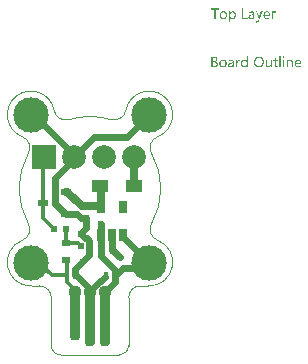
<source format=gtl>
G04*
G04 #@! TF.GenerationSoftware,Altium Limited,Altium Designer,21.3.2 (30)*
G04*
G04 Layer_Physical_Order=1*
G04 Layer_Color=255*
%FSAX25Y25*%
%MOIN*%
G70*
G04*
G04 #@! TF.SameCoordinates,922420EC-F797-4737-9FA0-C8A043E9FC0D*
G04*
G04*
G04 #@! TF.FilePolarity,Positive*
G04*
G01*
G75*
%ADD12C,0.00197*%
%ADD13R,0.02756X0.03937*%
%ADD14R,0.02165X0.01968*%
%ADD15R,0.01968X0.02165*%
%ADD16R,0.05315X0.04331*%
%ADD17R,0.01968X0.02165*%
%ADD18R,0.03150X0.02362*%
%ADD19R,0.03543X0.02362*%
G04:AMPARAMS|DCode=21|XSize=35.43mil|YSize=188.98mil|CornerRadius=13.82mil|HoleSize=0mil|Usage=FLASHONLY|Rotation=180.000|XOffset=0mil|YOffset=0mil|HoleType=Round|Shape=RoundedRectangle|*
%AMROUNDEDRECTD21*
21,1,0.03543,0.16134,0,0,180.0*
21,1,0.00780,0.18898,0,0,180.0*
1,1,0.02764,-0.00390,0.08067*
1,1,0.02764,0.00390,0.08067*
1,1,0.02764,0.00390,-0.08067*
1,1,0.02764,-0.00390,-0.08067*
%
%ADD21ROUNDEDRECTD21*%
G04:AMPARAMS|DCode=22|XSize=35.43mil|YSize=169.29mil|CornerRadius=13.82mil|HoleSize=0mil|Usage=FLASHONLY|Rotation=180.000|XOffset=0mil|YOffset=0mil|HoleType=Round|Shape=RoundedRectangle|*
%AMROUNDEDRECTD22*
21,1,0.03543,0.14165,0,0,180.0*
21,1,0.00780,0.16929,0,0,180.0*
1,1,0.02764,-0.00390,0.07083*
1,1,0.02764,0.00390,0.07083*
1,1,0.02764,0.00390,-0.07083*
1,1,0.02764,-0.00390,-0.07083*
%
%ADD22ROUNDEDRECTD22*%
%ADD34C,0.04370*%
%ADD36R,0.01575X0.02756*%
%ADD37C,0.02362*%
%ADD38C,0.02756*%
%ADD39C,0.01378*%
%ADD40C,0.07874*%
%ADD41R,0.07874X0.07874*%
%ADD42C,0.11811*%
%ADD43C,0.02362*%
G36*
X0047655Y0059257D02*
X0047690Y0059254D01*
X0047730Y0059251D01*
X0047776Y0059241D01*
X0047829Y0059232D01*
X0047887Y0059217D01*
X0047946Y0059198D01*
X0048008Y0059176D01*
X0048070Y0059149D01*
X0048134Y0059118D01*
X0048196Y0059078D01*
X0048255Y0059031D01*
X0048314Y0058979D01*
X0048366Y0058920D01*
X0048369Y0058917D01*
X0048379Y0058905D01*
X0048391Y0058886D01*
X0048410Y0058858D01*
X0048428Y0058824D01*
X0048453Y0058784D01*
X0048478Y0058735D01*
X0048502Y0058682D01*
X0048527Y0058620D01*
X0048552Y0058552D01*
X0048576Y0058478D01*
X0048595Y0058398D01*
X0048613Y0058311D01*
X0048626Y0058219D01*
X0048635Y0058120D01*
X0048638Y0058018D01*
Y0058015D01*
Y0058012D01*
Y0058002D01*
Y0057990D01*
X0048635Y0057956D01*
X0048632Y0057913D01*
X0048629Y0057860D01*
X0048623Y0057798D01*
X0048613Y0057730D01*
X0048601Y0057656D01*
X0048583Y0057579D01*
X0048564Y0057496D01*
X0048539Y0057412D01*
X0048508Y0057329D01*
X0048474Y0057245D01*
X0048434Y0057162D01*
X0048385Y0057085D01*
X0048332Y0057010D01*
X0048329Y0057007D01*
X0048317Y0056995D01*
X0048301Y0056976D01*
X0048277Y0056952D01*
X0048246Y0056924D01*
X0048209Y0056890D01*
X0048162Y0056856D01*
X0048113Y0056822D01*
X0048057Y0056788D01*
X0047992Y0056754D01*
X0047924Y0056720D01*
X0047850Y0056692D01*
X0047770Y0056667D01*
X0047683Y0056649D01*
X0047591Y0056637D01*
X0047495Y0056634D01*
X0047473D01*
X0047449Y0056637D01*
X0047414Y0056640D01*
X0047374Y0056646D01*
X0047328Y0056655D01*
X0047276Y0056667D01*
X0047217Y0056686D01*
X0047158Y0056708D01*
X0047096Y0056735D01*
X0047034Y0056769D01*
X0046970Y0056810D01*
X0046908Y0056859D01*
X0046849Y0056915D01*
X0046793Y0056980D01*
X0046741Y0057054D01*
X0046732D01*
Y0055540D01*
X0046330D01*
Y0059201D01*
X0046732D01*
Y0058759D01*
X0046741D01*
X0046744Y0058766D01*
X0046756Y0058781D01*
X0046772Y0058806D01*
X0046797Y0058837D01*
X0046827Y0058877D01*
X0046865Y0058917D01*
X0046911Y0058963D01*
X0046960Y0059010D01*
X0047019Y0059056D01*
X0047084Y0059102D01*
X0047155Y0059143D01*
X0047232Y0059183D01*
X0047316Y0059214D01*
X0047408Y0059238D01*
X0047504Y0059254D01*
X0047609Y0059260D01*
X0047631D01*
X0047655Y0059257D01*
D02*
G37*
G36*
X0061746Y0059241D02*
X0061780D01*
X0061817Y0059235D01*
X0061857Y0059229D01*
X0061897Y0059223D01*
X0061931Y0059210D01*
Y0058793D01*
X0061925Y0058797D01*
X0061913Y0058806D01*
X0061888Y0058818D01*
X0061854Y0058833D01*
X0061808Y0058849D01*
X0061758Y0058861D01*
X0061696Y0058871D01*
X0061625Y0058874D01*
X0061601D01*
X0061582Y0058871D01*
X0061560Y0058868D01*
X0061536Y0058861D01*
X0061477Y0058843D01*
X0061443Y0058830D01*
X0061409Y0058815D01*
X0061372Y0058793D01*
X0061335Y0058772D01*
X0061301Y0058744D01*
X0061264Y0058710D01*
X0061230Y0058673D01*
X0061196Y0058630D01*
X0061193Y0058627D01*
X0061190Y0058617D01*
X0061181Y0058605D01*
X0061168Y0058586D01*
X0061156Y0058562D01*
X0061140Y0058531D01*
X0061125Y0058497D01*
X0061109Y0058457D01*
X0061094Y0058413D01*
X0061079Y0058364D01*
X0061063Y0058308D01*
X0061051Y0058249D01*
X0061038Y0058185D01*
X0061029Y0058117D01*
X0061026Y0058046D01*
X0061023Y0057968D01*
Y0056692D01*
X0060621D01*
Y0059201D01*
X0061023D01*
Y0058682D01*
X0061032D01*
Y0058685D01*
X0061035Y0058694D01*
X0061041Y0058707D01*
X0061048Y0058725D01*
X0061057Y0058747D01*
X0061069Y0058775D01*
X0061097Y0058833D01*
X0061134Y0058902D01*
X0061181Y0058969D01*
X0061233Y0059034D01*
X0061295Y0059096D01*
X0061298Y0059099D01*
X0061304Y0059102D01*
X0061313Y0059109D01*
X0061326Y0059121D01*
X0061341Y0059130D01*
X0061363Y0059143D01*
X0061409Y0059170D01*
X0061468Y0059198D01*
X0061536Y0059223D01*
X0061610Y0059238D01*
X0061650Y0059241D01*
X0061690Y0059245D01*
X0061715D01*
X0061746Y0059241D01*
D02*
G37*
G36*
X0056413Y0056291D02*
Y0056287D01*
X0056410Y0056281D01*
X0056403Y0056272D01*
X0056397Y0056257D01*
X0056391Y0056238D01*
X0056382Y0056219D01*
X0056357Y0056170D01*
X0056323Y0056111D01*
X0056286Y0056043D01*
X0056240Y0055975D01*
X0056187Y0055901D01*
X0056128Y0055830D01*
X0056063Y0055759D01*
X0055992Y0055691D01*
X0055915Y0055632D01*
X0055832Y0055583D01*
X0055788Y0055564D01*
X0055742Y0055546D01*
X0055696Y0055530D01*
X0055646Y0055521D01*
X0055597Y0055515D01*
X0055544Y0055512D01*
X0055520D01*
X0055489Y0055515D01*
X0055452D01*
X0055411Y0055521D01*
X0055368Y0055527D01*
X0055322Y0055533D01*
X0055282Y0055546D01*
Y0055904D01*
X0055288Y0055901D01*
X0055303Y0055898D01*
X0055328Y0055892D01*
X0055359Y0055883D01*
X0055396Y0055873D01*
X0055436Y0055867D01*
X0055479Y0055864D01*
X0055520Y0055861D01*
X0055532D01*
X0055547Y0055864D01*
X0055569Y0055867D01*
X0055594Y0055873D01*
X0055625Y0055879D01*
X0055656Y0055892D01*
X0055693Y0055907D01*
X0055727Y0055926D01*
X0055767Y0055951D01*
X0055804Y0055978D01*
X0055841Y0056012D01*
X0055878Y0056056D01*
X0055915Y0056102D01*
X0055946Y0056158D01*
X0055977Y0056222D01*
X0056178Y0056695D01*
X0055198Y0059201D01*
X0055643D01*
X0056323Y0057270D01*
Y0057267D01*
X0056326Y0057261D01*
X0056329Y0057252D01*
X0056335Y0057233D01*
X0056341Y0057208D01*
X0056348Y0057174D01*
X0056360Y0057131D01*
X0056372Y0057078D01*
X0056388D01*
Y0057082D01*
X0056391Y0057091D01*
X0056394Y0057103D01*
X0056400Y0057125D01*
X0056406Y0057149D01*
X0056413Y0057180D01*
X0056425Y0057221D01*
X0056437Y0057264D01*
X0057151Y0059201D01*
X0057565D01*
X0056413Y0056291D01*
D02*
G37*
G36*
X0053965Y0059257D02*
X0053987D01*
X0054009Y0059254D01*
X0054036Y0059251D01*
X0054067Y0059245D01*
X0054132Y0059232D01*
X0054209Y0059210D01*
X0054287Y0059183D01*
X0054370Y0059143D01*
X0054453Y0059093D01*
X0054494Y0059065D01*
X0054534Y0059031D01*
X0054571Y0058994D01*
X0054608Y0058957D01*
X0054642Y0058914D01*
X0054673Y0058864D01*
X0054704Y0058815D01*
X0054732Y0058759D01*
X0054753Y0058698D01*
X0054775Y0058633D01*
X0054790Y0058565D01*
X0054803Y0058487D01*
X0054809Y0058410D01*
X0054812Y0058324D01*
Y0056692D01*
X0054410D01*
Y0057082D01*
X0054401D01*
X0054398Y0057075D01*
X0054389Y0057063D01*
X0054373Y0057041D01*
X0054352Y0057010D01*
X0054324Y0056976D01*
X0054290Y0056939D01*
X0054253Y0056899D01*
X0054206Y0056859D01*
X0054154Y0056816D01*
X0054098Y0056776D01*
X0054033Y0056739D01*
X0053965Y0056704D01*
X0053888Y0056674D01*
X0053808Y0056652D01*
X0053721Y0056640D01*
X0053628Y0056634D01*
X0053591D01*
X0053567Y0056637D01*
X0053536Y0056640D01*
X0053499Y0056643D01*
X0053459Y0056649D01*
X0053415Y0056658D01*
X0053320Y0056683D01*
X0053273Y0056698D01*
X0053224Y0056717D01*
X0053174Y0056739D01*
X0053128Y0056766D01*
X0053085Y0056797D01*
X0053041Y0056831D01*
X0053038Y0056834D01*
X0053032Y0056840D01*
X0053023Y0056853D01*
X0053007Y0056868D01*
X0052992Y0056887D01*
X0052977Y0056912D01*
X0052955Y0056939D01*
X0052936Y0056970D01*
X0052918Y0057007D01*
X0052899Y0057047D01*
X0052881Y0057091D01*
X0052865Y0057137D01*
X0052850Y0057187D01*
X0052841Y0057239D01*
X0052834Y0057298D01*
X0052831Y0057357D01*
Y0057360D01*
Y0057366D01*
Y0057375D01*
X0052834Y0057387D01*
Y0057403D01*
X0052838Y0057421D01*
X0052844Y0057468D01*
X0052856Y0057523D01*
X0052874Y0057585D01*
X0052899Y0057653D01*
X0052936Y0057724D01*
X0052980Y0057795D01*
X0053032Y0057866D01*
X0053066Y0057900D01*
X0053100Y0057934D01*
X0053140Y0057968D01*
X0053180Y0057999D01*
X0053227Y0058030D01*
X0053276Y0058058D01*
X0053329Y0058083D01*
X0053387Y0058107D01*
X0053449Y0058129D01*
X0053514Y0058148D01*
X0053585Y0058163D01*
X0053659Y0058175D01*
X0054410Y0058280D01*
Y0058284D01*
Y0058287D01*
Y0058296D01*
Y0058308D01*
X0054407Y0058339D01*
X0054401Y0058379D01*
X0054395Y0058429D01*
X0054382Y0058484D01*
X0054367Y0058540D01*
X0054345Y0058602D01*
X0054318Y0058661D01*
X0054284Y0058719D01*
X0054243Y0058772D01*
X0054194Y0058821D01*
X0054132Y0058861D01*
X0054064Y0058892D01*
X0054027Y0058905D01*
X0053984Y0058914D01*
X0053941Y0058917D01*
X0053894Y0058920D01*
X0053873D01*
X0053851Y0058917D01*
X0053817Y0058914D01*
X0053777Y0058911D01*
X0053730Y0058905D01*
X0053678Y0058895D01*
X0053622Y0058883D01*
X0053561Y0058864D01*
X0053496Y0058846D01*
X0053428Y0058821D01*
X0053357Y0058790D01*
X0053285Y0058753D01*
X0053214Y0058713D01*
X0053143Y0058667D01*
X0053075Y0058611D01*
Y0059022D01*
X0053079Y0059025D01*
X0053091Y0059031D01*
X0053113Y0059044D01*
X0053140Y0059059D01*
X0053177Y0059078D01*
X0053218Y0059096D01*
X0053267Y0059118D01*
X0053323Y0059143D01*
X0053381Y0059164D01*
X0053446Y0059186D01*
X0053517Y0059204D01*
X0053591Y0059223D01*
X0053672Y0059238D01*
X0053752Y0059251D01*
X0053839Y0059257D01*
X0053928Y0059260D01*
X0053950D01*
X0053965Y0059257D01*
D02*
G37*
G36*
X0051122Y0057063D02*
X0052535D01*
Y0056692D01*
X0050712D01*
Y0060206D01*
X0051122D01*
Y0057063D01*
D02*
G37*
G36*
X0042891Y0059832D02*
X0041877D01*
Y0056692D01*
X0041466D01*
Y0059832D01*
X0040453D01*
Y0060206D01*
X0042891D01*
Y0059832D01*
D02*
G37*
G36*
X0059030Y0059257D02*
X0059064Y0059254D01*
X0059107Y0059251D01*
X0059153Y0059245D01*
X0059206Y0059232D01*
X0059262Y0059220D01*
X0059323Y0059204D01*
X0059385Y0059183D01*
X0059447Y0059155D01*
X0059512Y0059124D01*
X0059574Y0059087D01*
X0059632Y0059044D01*
X0059691Y0058994D01*
X0059744Y0058939D01*
X0059747Y0058935D01*
X0059756Y0058923D01*
X0059768Y0058905D01*
X0059787Y0058880D01*
X0059805Y0058849D01*
X0059830Y0058809D01*
X0059855Y0058763D01*
X0059880Y0058710D01*
X0059904Y0058648D01*
X0059929Y0058583D01*
X0059954Y0058509D01*
X0059972Y0058432D01*
X0059991Y0058345D01*
X0060003Y0058256D01*
X0060013Y0058157D01*
X0060015Y0058055D01*
Y0057845D01*
X0058242D01*
Y0057839D01*
Y0057826D01*
X0058245Y0057805D01*
X0058248Y0057777D01*
X0058251Y0057740D01*
X0058257Y0057700D01*
X0058263Y0057656D01*
X0058276Y0057607D01*
X0058304Y0057502D01*
X0058322Y0057449D01*
X0058344Y0057394D01*
X0058369Y0057341D01*
X0058396Y0057288D01*
X0058430Y0057242D01*
X0058467Y0057196D01*
X0058470Y0057193D01*
X0058477Y0057187D01*
X0058489Y0057174D01*
X0058508Y0057162D01*
X0058529Y0057143D01*
X0058557Y0057125D01*
X0058588Y0057103D01*
X0058622Y0057085D01*
X0058662Y0057063D01*
X0058709Y0057041D01*
X0058755Y0057023D01*
X0058810Y0057004D01*
X0058866Y0056992D01*
X0058928Y0056980D01*
X0058993Y0056973D01*
X0059061Y0056970D01*
X0059079D01*
X0059101Y0056973D01*
X0059132D01*
X0059169Y0056980D01*
X0059212Y0056986D01*
X0059262Y0056995D01*
X0059317Y0057004D01*
X0059376Y0057020D01*
X0059438Y0057038D01*
X0059503Y0057060D01*
X0059567Y0057088D01*
X0059636Y0057119D01*
X0059703Y0057156D01*
X0059771Y0057199D01*
X0059839Y0057248D01*
Y0056871D01*
X0059836Y0056868D01*
X0059824Y0056862D01*
X0059805Y0056850D01*
X0059781Y0056834D01*
X0059747Y0056816D01*
X0059706Y0056797D01*
X0059660Y0056776D01*
X0059608Y0056754D01*
X0059546Y0056729D01*
X0059481Y0056708D01*
X0059410Y0056689D01*
X0059333Y0056670D01*
X0059249Y0056655D01*
X0059160Y0056643D01*
X0059064Y0056637D01*
X0058965Y0056634D01*
X0058940D01*
X0058916Y0056637D01*
X0058878Y0056640D01*
X0058832Y0056643D01*
X0058780Y0056652D01*
X0058724Y0056661D01*
X0058662Y0056677D01*
X0058597Y0056695D01*
X0058529Y0056717D01*
X0058458Y0056745D01*
X0058390Y0056776D01*
X0058319Y0056816D01*
X0058254Y0056862D01*
X0058189Y0056915D01*
X0058131Y0056973D01*
X0058127Y0056976D01*
X0058118Y0056989D01*
X0058103Y0057010D01*
X0058084Y0057038D01*
X0058060Y0057072D01*
X0058035Y0057116D01*
X0058007Y0057165D01*
X0057979Y0057224D01*
X0057951Y0057285D01*
X0057924Y0057360D01*
X0057899Y0057437D01*
X0057874Y0057523D01*
X0057856Y0057616D01*
X0057840Y0057715D01*
X0057831Y0057823D01*
X0057828Y0057934D01*
Y0057937D01*
Y0057941D01*
Y0057950D01*
Y0057959D01*
X0057831Y0057990D01*
X0057834Y0058033D01*
X0057837Y0058083D01*
X0057846Y0058138D01*
X0057856Y0058203D01*
X0057868Y0058274D01*
X0057886Y0058348D01*
X0057908Y0058426D01*
X0057936Y0058506D01*
X0057967Y0058586D01*
X0058004Y0058664D01*
X0058050Y0058744D01*
X0058100Y0058818D01*
X0058158Y0058889D01*
X0058161Y0058892D01*
X0058174Y0058905D01*
X0058192Y0058923D01*
X0058217Y0058948D01*
X0058251Y0058976D01*
X0058291Y0059007D01*
X0058335Y0059041D01*
X0058387Y0059075D01*
X0058443Y0059109D01*
X0058508Y0059143D01*
X0058576Y0059173D01*
X0058647Y0059201D01*
X0058724Y0059226D01*
X0058807Y0059245D01*
X0058894Y0059257D01*
X0058983Y0059260D01*
X0059005D01*
X0059030Y0059257D01*
D02*
G37*
G36*
X0044550D02*
X0044590Y0059254D01*
X0044637Y0059251D01*
X0044692Y0059241D01*
X0044751Y0059232D01*
X0044816Y0059217D01*
X0044887Y0059198D01*
X0044958Y0059176D01*
X0045029Y0059149D01*
X0045103Y0059115D01*
X0045174Y0059075D01*
X0045245Y0059028D01*
X0045310Y0058976D01*
X0045372Y0058914D01*
X0045375Y0058911D01*
X0045384Y0058898D01*
X0045400Y0058877D01*
X0045421Y0058849D01*
X0045446Y0058815D01*
X0045471Y0058772D01*
X0045502Y0058722D01*
X0045530Y0058664D01*
X0045561Y0058599D01*
X0045588Y0058528D01*
X0045613Y0058450D01*
X0045638Y0058364D01*
X0045659Y0058271D01*
X0045675Y0058172D01*
X0045684Y0058067D01*
X0045687Y0057956D01*
Y0057953D01*
Y0057950D01*
Y0057941D01*
Y0057928D01*
X0045684Y0057897D01*
X0045681Y0057857D01*
X0045678Y0057805D01*
X0045669Y0057746D01*
X0045659Y0057681D01*
X0045644Y0057610D01*
X0045625Y0057536D01*
X0045604Y0057455D01*
X0045576Y0057375D01*
X0045545Y0057295D01*
X0045505Y0057214D01*
X0045459Y0057137D01*
X0045406Y0057063D01*
X0045347Y0056992D01*
X0045344Y0056989D01*
X0045332Y0056976D01*
X0045313Y0056958D01*
X0045285Y0056936D01*
X0045252Y0056909D01*
X0045211Y0056878D01*
X0045162Y0056847D01*
X0045106Y0056813D01*
X0045044Y0056779D01*
X0044976Y0056748D01*
X0044902Y0056717D01*
X0044822Y0056689D01*
X0044732Y0056667D01*
X0044640Y0056649D01*
X0044544Y0056637D01*
X0044439Y0056634D01*
X0044414D01*
X0044386Y0056637D01*
X0044346Y0056640D01*
X0044300Y0056643D01*
X0044244Y0056652D01*
X0044186Y0056661D01*
X0044121Y0056677D01*
X0044050Y0056695D01*
X0043978Y0056720D01*
X0043904Y0056748D01*
X0043830Y0056782D01*
X0043756Y0056822D01*
X0043682Y0056868D01*
X0043614Y0056921D01*
X0043549Y0056983D01*
X0043546Y0056986D01*
X0043534Y0056998D01*
X0043518Y0057020D01*
X0043496Y0057047D01*
X0043472Y0057082D01*
X0043444Y0057125D01*
X0043416Y0057174D01*
X0043385Y0057233D01*
X0043354Y0057295D01*
X0043323Y0057366D01*
X0043295Y0057443D01*
X0043271Y0057526D01*
X0043249Y0057613D01*
X0043234Y0057709D01*
X0043221Y0057811D01*
X0043218Y0057916D01*
Y0057919D01*
Y0057922D01*
Y0057931D01*
Y0057944D01*
X0043221Y0057978D01*
X0043224Y0058021D01*
X0043228Y0058073D01*
X0043237Y0058135D01*
X0043246Y0058203D01*
X0043262Y0058277D01*
X0043280Y0058355D01*
X0043302Y0058435D01*
X0043330Y0058518D01*
X0043363Y0058602D01*
X0043404Y0058682D01*
X0043447Y0058759D01*
X0043499Y0058833D01*
X0043561Y0058905D01*
X0043564Y0058908D01*
X0043577Y0058920D01*
X0043598Y0058939D01*
X0043626Y0058960D01*
X0043660Y0058988D01*
X0043703Y0059016D01*
X0043753Y0059050D01*
X0043808Y0059084D01*
X0043870Y0059115D01*
X0043941Y0059149D01*
X0044019Y0059176D01*
X0044102Y0059204D01*
X0044192Y0059226D01*
X0044287Y0059245D01*
X0044389Y0059257D01*
X0044498Y0059260D01*
X0044522D01*
X0044550Y0059257D01*
D02*
G37*
G36*
X0064623Y0044275D02*
X0064650Y0044268D01*
X0064678Y0044259D01*
X0064709Y0044244D01*
X0064740Y0044225D01*
X0064771Y0044201D01*
X0064774Y0044197D01*
X0064783Y0044188D01*
X0064796Y0044173D01*
X0064811Y0044151D01*
X0064824Y0044123D01*
X0064836Y0044092D01*
X0064845Y0044055D01*
X0064848Y0044015D01*
Y0044009D01*
Y0043997D01*
X0064845Y0043978D01*
X0064839Y0043950D01*
X0064830Y0043922D01*
X0064814Y0043891D01*
X0064796Y0043861D01*
X0064771Y0043830D01*
X0064768Y0043827D01*
X0064759Y0043817D01*
X0064740Y0043805D01*
X0064719Y0043793D01*
X0064691Y0043780D01*
X0064660Y0043768D01*
X0064626Y0043759D01*
X0064586Y0043755D01*
X0064567D01*
X0064549Y0043759D01*
X0064521Y0043765D01*
X0064493Y0043774D01*
X0064462Y0043786D01*
X0064431Y0043802D01*
X0064400Y0043827D01*
X0064397Y0043830D01*
X0064388Y0043839D01*
X0064376Y0043857D01*
X0064363Y0043879D01*
X0064351Y0043904D01*
X0064338Y0043938D01*
X0064329Y0043975D01*
X0064326Y0044015D01*
Y0044021D01*
Y0044034D01*
X0064329Y0044055D01*
X0064335Y0044080D01*
X0064345Y0044111D01*
X0064357Y0044142D01*
X0064376Y0044173D01*
X0064400Y0044201D01*
X0064403Y0044203D01*
X0064413Y0044213D01*
X0064431Y0044225D01*
X0064453Y0044241D01*
X0064481Y0044253D01*
X0064512Y0044265D01*
X0064546Y0044275D01*
X0064586Y0044278D01*
X0064604D01*
X0064623Y0044275D01*
D02*
G37*
G36*
X0052655Y0040610D02*
X0052254D01*
Y0041033D01*
X0052244D01*
X0052241Y0041027D01*
X0052232Y0041012D01*
X0052213Y0040990D01*
X0052192Y0040959D01*
X0052161Y0040922D01*
X0052127Y0040882D01*
X0052083Y0040839D01*
X0052031Y0040792D01*
X0051975Y0040746D01*
X0051911Y0040703D01*
X0051839Y0040662D01*
X0051762Y0040625D01*
X0051679Y0040594D01*
X0051586Y0040573D01*
X0051487Y0040557D01*
X0051382Y0040551D01*
X0051360D01*
X0051336Y0040554D01*
X0051305Y0040557D01*
X0051265Y0040560D01*
X0051218Y0040570D01*
X0051166Y0040579D01*
X0051110Y0040594D01*
X0051051Y0040610D01*
X0050990Y0040635D01*
X0050928Y0040659D01*
X0050863Y0040693D01*
X0050801Y0040730D01*
X0050739Y0040777D01*
X0050681Y0040829D01*
X0050625Y0040888D01*
X0050622Y0040891D01*
X0050613Y0040903D01*
X0050600Y0040922D01*
X0050582Y0040950D01*
X0050560Y0040984D01*
X0050535Y0041024D01*
X0050511Y0041073D01*
X0050486Y0041129D01*
X0050458Y0041191D01*
X0050433Y0041259D01*
X0050409Y0041336D01*
X0050387Y0041416D01*
X0050369Y0041503D01*
X0050356Y0041599D01*
X0050347Y0041698D01*
X0050344Y0041803D01*
Y0041806D01*
Y0041809D01*
Y0041818D01*
Y0041830D01*
X0050347Y0041861D01*
X0050350Y0041905D01*
X0050353Y0041960D01*
X0050359Y0042019D01*
X0050369Y0042087D01*
X0050384Y0042161D01*
X0050400Y0042238D01*
X0050421Y0042322D01*
X0050446Y0042402D01*
X0050477Y0042489D01*
X0050511Y0042569D01*
X0050554Y0042649D01*
X0050600Y0042726D01*
X0050656Y0042801D01*
X0050659Y0042804D01*
X0050671Y0042816D01*
X0050690Y0042835D01*
X0050715Y0042859D01*
X0050745Y0042887D01*
X0050783Y0042921D01*
X0050829Y0042955D01*
X0050878Y0042989D01*
X0050937Y0043023D01*
X0050999Y0043057D01*
X0051067Y0043091D01*
X0051141Y0043119D01*
X0051221Y0043144D01*
X0051308Y0043162D01*
X0051398Y0043175D01*
X0051493Y0043178D01*
X0051515D01*
X0051543Y0043175D01*
X0051577Y0043172D01*
X0051620Y0043165D01*
X0051669Y0043156D01*
X0051722Y0043144D01*
X0051781Y0043128D01*
X0051842Y0043107D01*
X0051904Y0043079D01*
X0051966Y0043045D01*
X0052028Y0043005D01*
X0052087Y0042958D01*
X0052145Y0042906D01*
X0052198Y0042841D01*
X0052244Y0042770D01*
X0052254D01*
Y0044324D01*
X0052655D01*
Y0040610D01*
D02*
G37*
G36*
X0066869Y0043175D02*
X0066897D01*
X0066931Y0043168D01*
X0066971Y0043162D01*
X0067014Y0043156D01*
X0067061Y0043144D01*
X0067110Y0043131D01*
X0067163Y0043113D01*
X0067215Y0043091D01*
X0067268Y0043063D01*
X0067317Y0043032D01*
X0067367Y0042998D01*
X0067413Y0042955D01*
X0067456Y0042909D01*
X0067459Y0042906D01*
X0067466Y0042897D01*
X0067478Y0042881D01*
X0067490Y0042859D01*
X0067506Y0042832D01*
X0067524Y0042798D01*
X0067546Y0042757D01*
X0067567Y0042714D01*
X0067586Y0042662D01*
X0067608Y0042606D01*
X0067626Y0042541D01*
X0067642Y0042473D01*
X0067654Y0042399D01*
X0067666Y0042319D01*
X0067673Y0042235D01*
X0067676Y0042143D01*
Y0040610D01*
X0067274D01*
Y0042041D01*
Y0042044D01*
Y0042050D01*
Y0042059D01*
Y0042074D01*
X0067271Y0042093D01*
Y0042115D01*
X0067265Y0042164D01*
X0067255Y0042226D01*
X0067243Y0042294D01*
X0067225Y0042365D01*
X0067200Y0042439D01*
X0067169Y0042513D01*
X0067132Y0042584D01*
X0067085Y0042652D01*
X0067027Y0042714D01*
X0066962Y0042764D01*
X0066925Y0042785D01*
X0066882Y0042804D01*
X0066838Y0042819D01*
X0066792Y0042829D01*
X0066742Y0042835D01*
X0066690Y0042838D01*
X0066662D01*
X0066641Y0042835D01*
X0066616Y0042832D01*
X0066585Y0042825D01*
X0066551Y0042819D01*
X0066517Y0042810D01*
X0066477Y0042798D01*
X0066437Y0042782D01*
X0066396Y0042764D01*
X0066353Y0042742D01*
X0066313Y0042714D01*
X0066270Y0042683D01*
X0066229Y0042649D01*
X0066192Y0042609D01*
X0066189Y0042606D01*
X0066183Y0042600D01*
X0066174Y0042588D01*
X0066162Y0042569D01*
X0066146Y0042547D01*
X0066131Y0042520D01*
X0066112Y0042489D01*
X0066094Y0042455D01*
X0066075Y0042414D01*
X0066057Y0042371D01*
X0066041Y0042325D01*
X0066026Y0042275D01*
X0066013Y0042220D01*
X0066004Y0042164D01*
X0065998Y0042102D01*
X0065995Y0042041D01*
Y0040610D01*
X0065593D01*
Y0043119D01*
X0065995D01*
Y0042702D01*
X0066004D01*
X0066007Y0042708D01*
X0066016Y0042723D01*
X0066035Y0042745D01*
X0066057Y0042776D01*
X0066087Y0042813D01*
X0066121Y0042853D01*
X0066165Y0042897D01*
X0066214Y0042940D01*
X0066270Y0042983D01*
X0066331Y0043026D01*
X0066400Y0043066D01*
X0066471Y0043104D01*
X0066551Y0043134D01*
X0066637Y0043156D01*
X0066730Y0043172D01*
X0066829Y0043178D01*
X0066847D01*
X0066869Y0043175D01*
D02*
G37*
G36*
X0049893Y0043159D02*
X0049927D01*
X0049964Y0043153D01*
X0050004Y0043147D01*
X0050044Y0043141D01*
X0050078Y0043128D01*
Y0042711D01*
X0050072Y0042714D01*
X0050060Y0042723D01*
X0050035Y0042736D01*
X0050001Y0042751D01*
X0049955Y0042767D01*
X0049905Y0042779D01*
X0049843Y0042788D01*
X0049772Y0042791D01*
X0049747D01*
X0049729Y0042788D01*
X0049707Y0042785D01*
X0049683Y0042779D01*
X0049624Y0042761D01*
X0049590Y0042748D01*
X0049556Y0042733D01*
X0049519Y0042711D01*
X0049482Y0042689D01*
X0049448Y0042662D01*
X0049411Y0042628D01*
X0049377Y0042591D01*
X0049343Y0042547D01*
X0049340Y0042544D01*
X0049336Y0042535D01*
X0049327Y0042523D01*
X0049315Y0042504D01*
X0049303Y0042479D01*
X0049287Y0042448D01*
X0049272Y0042414D01*
X0049256Y0042374D01*
X0049241Y0042331D01*
X0049225Y0042282D01*
X0049210Y0042226D01*
X0049197Y0042167D01*
X0049185Y0042102D01*
X0049176Y0042034D01*
X0049173Y0041963D01*
X0049170Y0041886D01*
Y0040610D01*
X0048768D01*
Y0043119D01*
X0049170D01*
Y0042600D01*
X0049179D01*
Y0042603D01*
X0049182Y0042612D01*
X0049188Y0042625D01*
X0049194Y0042643D01*
X0049204Y0042665D01*
X0049216Y0042693D01*
X0049244Y0042751D01*
X0049281Y0042819D01*
X0049327Y0042887D01*
X0049380Y0042952D01*
X0049442Y0043014D01*
X0049445Y0043017D01*
X0049451Y0043020D01*
X0049460Y0043026D01*
X0049472Y0043039D01*
X0049488Y0043048D01*
X0049510Y0043060D01*
X0049556Y0043088D01*
X0049615Y0043116D01*
X0049683Y0043141D01*
X0049757Y0043156D01*
X0049797Y0043159D01*
X0049837Y0043162D01*
X0049862D01*
X0049893Y0043159D01*
D02*
G37*
G36*
X0060655Y0040610D02*
X0060254D01*
Y0041005D01*
X0060244D01*
X0060241Y0040999D01*
X0060232Y0040987D01*
X0060216Y0040962D01*
X0060198Y0040934D01*
X0060170Y0040900D01*
X0060136Y0040863D01*
X0060099Y0040820D01*
X0060053Y0040780D01*
X0060003Y0040737D01*
X0059944Y0040696D01*
X0059883Y0040656D01*
X0059812Y0040622D01*
X0059734Y0040594D01*
X0059654Y0040570D01*
X0059564Y0040557D01*
X0059469Y0040551D01*
X0059447D01*
X0059431Y0040554D01*
X0059410D01*
X0059385Y0040557D01*
X0059357Y0040563D01*
X0059330Y0040567D01*
X0059262Y0040585D01*
X0059184Y0040607D01*
X0059104Y0040641D01*
X0059064Y0040662D01*
X0059021Y0040684D01*
X0058977Y0040712D01*
X0058937Y0040740D01*
X0058897Y0040774D01*
X0058857Y0040811D01*
X0058817Y0040854D01*
X0058780Y0040897D01*
X0058746Y0040947D01*
X0058712Y0041002D01*
X0058684Y0041061D01*
X0058656Y0041123D01*
X0058631Y0041191D01*
X0058610Y0041265D01*
X0058594Y0041345D01*
X0058582Y0041429D01*
X0058576Y0041521D01*
X0058573Y0041617D01*
Y0043119D01*
X0058971D01*
Y0041682D01*
Y0041679D01*
Y0041673D01*
Y0041664D01*
Y0041648D01*
X0058974Y0041630D01*
Y0041608D01*
X0058980Y0041559D01*
X0058990Y0041497D01*
X0059002Y0041432D01*
X0059024Y0041358D01*
X0059048Y0041287D01*
X0059079Y0041212D01*
X0059119Y0041138D01*
X0059169Y0041073D01*
X0059228Y0041012D01*
X0059299Y0040962D01*
X0059336Y0040940D01*
X0059379Y0040922D01*
X0059425Y0040907D01*
X0059472Y0040897D01*
X0059524Y0040891D01*
X0059580Y0040888D01*
X0059608D01*
X0059629Y0040891D01*
X0059654Y0040894D01*
X0059682Y0040900D01*
X0059716Y0040907D01*
X0059750Y0040916D01*
X0059787Y0040925D01*
X0059827Y0040940D01*
X0059867Y0040959D01*
X0059907Y0040981D01*
X0059948Y0041005D01*
X0059988Y0041033D01*
X0060025Y0041067D01*
X0060062Y0041104D01*
X0060065Y0041107D01*
X0060071Y0041113D01*
X0060080Y0041126D01*
X0060093Y0041144D01*
X0060105Y0041166D01*
X0060124Y0041191D01*
X0060139Y0041222D01*
X0060158Y0041256D01*
X0060176Y0041296D01*
X0060192Y0041339D01*
X0060210Y0041385D01*
X0060223Y0041435D01*
X0060235Y0041491D01*
X0060244Y0041546D01*
X0060250Y0041608D01*
X0060254Y0041673D01*
Y0043119D01*
X0060655D01*
Y0040610D01*
D02*
G37*
G36*
X0064780D02*
X0064379D01*
Y0043119D01*
X0064780D01*
Y0040610D01*
D02*
G37*
G36*
X0063566D02*
X0063164D01*
Y0044324D01*
X0063566D01*
Y0040610D01*
D02*
G37*
G36*
X0047164Y0043175D02*
X0047186D01*
X0047207Y0043172D01*
X0047235Y0043168D01*
X0047266Y0043162D01*
X0047331Y0043150D01*
X0047408Y0043128D01*
X0047486Y0043100D01*
X0047569Y0043060D01*
X0047652Y0043011D01*
X0047693Y0042983D01*
X0047733Y0042949D01*
X0047770Y0042912D01*
X0047807Y0042875D01*
X0047841Y0042832D01*
X0047872Y0042782D01*
X0047903Y0042733D01*
X0047930Y0042677D01*
X0047952Y0042615D01*
X0047974Y0042550D01*
X0047989Y0042482D01*
X0048002Y0042405D01*
X0048008Y0042328D01*
X0048011Y0042241D01*
Y0040610D01*
X0047609D01*
Y0040999D01*
X0047600D01*
X0047597Y0040993D01*
X0047588Y0040981D01*
X0047572Y0040959D01*
X0047550Y0040928D01*
X0047523Y0040894D01*
X0047489Y0040857D01*
X0047452Y0040817D01*
X0047405Y0040777D01*
X0047353Y0040734D01*
X0047297Y0040693D01*
X0047232Y0040656D01*
X0047164Y0040622D01*
X0047087Y0040591D01*
X0047007Y0040570D01*
X0046920Y0040557D01*
X0046827Y0040551D01*
X0046790D01*
X0046766Y0040554D01*
X0046735Y0040557D01*
X0046698Y0040560D01*
X0046657Y0040567D01*
X0046614Y0040576D01*
X0046518Y0040601D01*
X0046472Y0040616D01*
X0046423Y0040635D01*
X0046373Y0040656D01*
X0046327Y0040684D01*
X0046284Y0040715D01*
X0046240Y0040749D01*
X0046237Y0040752D01*
X0046231Y0040758D01*
X0046222Y0040771D01*
X0046206Y0040786D01*
X0046191Y0040804D01*
X0046175Y0040829D01*
X0046154Y0040857D01*
X0046135Y0040888D01*
X0046117Y0040925D01*
X0046098Y0040965D01*
X0046080Y0041008D01*
X0046064Y0041055D01*
X0046049Y0041104D01*
X0046040Y0041157D01*
X0046033Y0041216D01*
X0046030Y0041274D01*
Y0041277D01*
Y0041284D01*
Y0041293D01*
X0046033Y0041305D01*
Y0041321D01*
X0046036Y0041339D01*
X0046043Y0041385D01*
X0046055Y0041441D01*
X0046073Y0041503D01*
X0046098Y0041571D01*
X0046135Y0041642D01*
X0046178Y0041713D01*
X0046231Y0041784D01*
X0046265Y0041818D01*
X0046299Y0041852D01*
X0046339Y0041886D01*
X0046379Y0041917D01*
X0046426Y0041948D01*
X0046475Y0041976D01*
X0046528Y0042000D01*
X0046586Y0042025D01*
X0046648Y0042047D01*
X0046713Y0042065D01*
X0046784Y0042081D01*
X0046858Y0042093D01*
X0047609Y0042198D01*
Y0042201D01*
Y0042204D01*
Y0042214D01*
Y0042226D01*
X0047606Y0042257D01*
X0047600Y0042297D01*
X0047594Y0042346D01*
X0047581Y0042402D01*
X0047566Y0042458D01*
X0047544Y0042520D01*
X0047517Y0042578D01*
X0047482Y0042637D01*
X0047442Y0042689D01*
X0047393Y0042739D01*
X0047331Y0042779D01*
X0047263Y0042810D01*
X0047226Y0042822D01*
X0047183Y0042832D01*
X0047139Y0042835D01*
X0047093Y0042838D01*
X0047071D01*
X0047050Y0042835D01*
X0047016Y0042832D01*
X0046976Y0042829D01*
X0046929Y0042822D01*
X0046877Y0042813D01*
X0046821Y0042801D01*
X0046759Y0042782D01*
X0046694Y0042764D01*
X0046627Y0042739D01*
X0046556Y0042708D01*
X0046484Y0042671D01*
X0046413Y0042631D01*
X0046342Y0042584D01*
X0046274Y0042529D01*
Y0042940D01*
X0046277Y0042943D01*
X0046290Y0042949D01*
X0046311Y0042961D01*
X0046339Y0042977D01*
X0046376Y0042995D01*
X0046416Y0043014D01*
X0046466Y0043036D01*
X0046521Y0043060D01*
X0046580Y0043082D01*
X0046645Y0043104D01*
X0046716Y0043122D01*
X0046790Y0043141D01*
X0046871Y0043156D01*
X0046951Y0043168D01*
X0047038Y0043175D01*
X0047127Y0043178D01*
X0047149D01*
X0047164Y0043175D01*
D02*
G37*
G36*
X0041528Y0044120D02*
X0041565Y0044117D01*
X0041608Y0044111D01*
X0041658Y0044105D01*
X0041714Y0044095D01*
X0041769Y0044083D01*
X0041828Y0044068D01*
X0041890Y0044049D01*
X0041948Y0044027D01*
X0042010Y0044003D01*
X0042066Y0043972D01*
X0042121Y0043938D01*
X0042174Y0043898D01*
X0042177Y0043894D01*
X0042186Y0043888D01*
X0042199Y0043876D01*
X0042214Y0043857D01*
X0042236Y0043836D01*
X0042257Y0043808D01*
X0042282Y0043777D01*
X0042307Y0043743D01*
X0042331Y0043703D01*
X0042356Y0043660D01*
X0042378Y0043610D01*
X0042399Y0043561D01*
X0042415Y0043505D01*
X0042427Y0043446D01*
X0042437Y0043385D01*
X0042440Y0043320D01*
Y0043317D01*
Y0043307D01*
Y0043292D01*
X0042437Y0043270D01*
X0042433Y0043242D01*
X0042430Y0043215D01*
X0042427Y0043181D01*
X0042421Y0043144D01*
X0042399Y0043060D01*
X0042372Y0042974D01*
X0042353Y0042927D01*
X0042331Y0042884D01*
X0042307Y0042841D01*
X0042279Y0042798D01*
X0042276Y0042794D01*
X0042273Y0042788D01*
X0042263Y0042776D01*
X0042248Y0042761D01*
X0042233Y0042745D01*
X0042214Y0042723D01*
X0042189Y0042702D01*
X0042165Y0042677D01*
X0042134Y0042652D01*
X0042100Y0042625D01*
X0042063Y0042600D01*
X0042022Y0042572D01*
X0041979Y0042547D01*
X0041936Y0042526D01*
X0041834Y0042485D01*
Y0042476D01*
X0041837D01*
X0041849Y0042473D01*
X0041868Y0042470D01*
X0041893Y0042467D01*
X0041924Y0042461D01*
X0041958Y0042452D01*
X0041998Y0042439D01*
X0042038Y0042427D01*
X0042127Y0042393D01*
X0042177Y0042371D01*
X0042223Y0042343D01*
X0042270Y0042316D01*
X0042316Y0042285D01*
X0042362Y0042248D01*
X0042402Y0042207D01*
X0042406Y0042204D01*
X0042412Y0042198D01*
X0042421Y0042186D01*
X0042437Y0042167D01*
X0042452Y0042143D01*
X0042470Y0042118D01*
X0042489Y0042084D01*
X0042511Y0042050D01*
X0042529Y0042010D01*
X0042548Y0041963D01*
X0042566Y0041917D01*
X0042582Y0041864D01*
X0042597Y0041806D01*
X0042606Y0041747D01*
X0042613Y0041685D01*
X0042616Y0041617D01*
Y0041611D01*
Y0041599D01*
X0042613Y0041574D01*
X0042610Y0041543D01*
X0042606Y0041503D01*
X0042597Y0041460D01*
X0042588Y0041410D01*
X0042576Y0041358D01*
X0042557Y0041299D01*
X0042535Y0041240D01*
X0042511Y0041181D01*
X0042480Y0041120D01*
X0042443Y0041058D01*
X0042399Y0040999D01*
X0042350Y0040944D01*
X0042291Y0040888D01*
X0042288Y0040885D01*
X0042276Y0040876D01*
X0042257Y0040863D01*
X0042233Y0040845D01*
X0042202Y0040823D01*
X0042162Y0040801D01*
X0042118Y0040774D01*
X0042069Y0040749D01*
X0042010Y0040724D01*
X0041948Y0040699D01*
X0041883Y0040675D01*
X0041809Y0040653D01*
X0041732Y0040635D01*
X0041652Y0040622D01*
X0041565Y0040613D01*
X0041475Y0040610D01*
X0040453D01*
Y0044123D01*
X0041494D01*
X0041528Y0044120D01*
D02*
G37*
G36*
X0061996Y0043119D02*
X0062630D01*
Y0042773D01*
X0061996D01*
Y0041361D01*
Y0041358D01*
Y0041348D01*
Y0041336D01*
Y0041321D01*
X0061999Y0041299D01*
X0062002Y0041274D01*
X0062009Y0041222D01*
X0062018Y0041160D01*
X0062033Y0041101D01*
X0062055Y0041046D01*
X0062067Y0041021D01*
X0062083Y0040999D01*
X0062086Y0040996D01*
X0062098Y0040984D01*
X0062120Y0040965D01*
X0062151Y0040947D01*
X0062191Y0040925D01*
X0062240Y0040910D01*
X0062299Y0040897D01*
X0062367Y0040891D01*
X0062392D01*
X0062420Y0040894D01*
X0062457Y0040900D01*
X0062497Y0040913D01*
X0062543Y0040925D01*
X0062586Y0040947D01*
X0062630Y0040975D01*
Y0040631D01*
X0062627D01*
X0062624Y0040628D01*
X0062614Y0040625D01*
X0062605Y0040619D01*
X0062571Y0040607D01*
X0062531Y0040594D01*
X0062475Y0040582D01*
X0062410Y0040570D01*
X0062336Y0040560D01*
X0062253Y0040557D01*
X0062225D01*
X0062191Y0040563D01*
X0062151Y0040570D01*
X0062101Y0040579D01*
X0062046Y0040598D01*
X0061984Y0040619D01*
X0061925Y0040650D01*
X0061863Y0040687D01*
X0061802Y0040737D01*
X0061746Y0040795D01*
X0061721Y0040829D01*
X0061696Y0040866D01*
X0061675Y0040907D01*
X0061656Y0040950D01*
X0061638Y0040996D01*
X0061622Y0041049D01*
X0061610Y0041101D01*
X0061601Y0041160D01*
X0061598Y0041222D01*
X0061594Y0041290D01*
Y0042773D01*
X0061165D01*
Y0043119D01*
X0061594D01*
Y0043731D01*
X0061996Y0043861D01*
Y0043119D01*
D02*
G37*
G36*
X0069465Y0043175D02*
X0069499Y0043172D01*
X0069542Y0043168D01*
X0069588Y0043162D01*
X0069641Y0043150D01*
X0069696Y0043137D01*
X0069758Y0043122D01*
X0069820Y0043100D01*
X0069882Y0043073D01*
X0069947Y0043042D01*
X0070009Y0043005D01*
X0070067Y0042961D01*
X0070126Y0042912D01*
X0070179Y0042856D01*
X0070182Y0042853D01*
X0070191Y0042841D01*
X0070203Y0042822D01*
X0070222Y0042798D01*
X0070240Y0042767D01*
X0070265Y0042726D01*
X0070290Y0042680D01*
X0070315Y0042628D01*
X0070339Y0042566D01*
X0070364Y0042501D01*
X0070389Y0042427D01*
X0070407Y0042349D01*
X0070426Y0042263D01*
X0070438Y0042173D01*
X0070447Y0042074D01*
X0070451Y0041973D01*
Y0041762D01*
X0068677D01*
Y0041756D01*
Y0041744D01*
X0068680Y0041722D01*
X0068683Y0041695D01*
X0068686Y0041657D01*
X0068692Y0041617D01*
X0068698Y0041574D01*
X0068711Y0041524D01*
X0068739Y0041420D01*
X0068757Y0041367D01*
X0068779Y0041311D01*
X0068804Y0041259D01*
X0068831Y0041206D01*
X0068865Y0041160D01*
X0068902Y0041113D01*
X0068906Y0041110D01*
X0068912Y0041104D01*
X0068924Y0041092D01*
X0068943Y0041080D01*
X0068964Y0041061D01*
X0068992Y0041043D01*
X0069023Y0041021D01*
X0069057Y0041002D01*
X0069097Y0040981D01*
X0069143Y0040959D01*
X0069190Y0040940D01*
X0069245Y0040922D01*
X0069301Y0040910D01*
X0069363Y0040897D01*
X0069428Y0040891D01*
X0069496Y0040888D01*
X0069514D01*
X0069536Y0040891D01*
X0069567D01*
X0069604Y0040897D01*
X0069647Y0040903D01*
X0069696Y0040913D01*
X0069752Y0040922D01*
X0069811Y0040937D01*
X0069873Y0040956D01*
X0069937Y0040978D01*
X0070002Y0041005D01*
X0070070Y0041036D01*
X0070138Y0041073D01*
X0070206Y0041117D01*
X0070274Y0041166D01*
Y0040789D01*
X0070271Y0040786D01*
X0070259Y0040780D01*
X0070240Y0040767D01*
X0070216Y0040752D01*
X0070182Y0040734D01*
X0070142Y0040715D01*
X0070095Y0040693D01*
X0070043Y0040672D01*
X0069981Y0040647D01*
X0069916Y0040625D01*
X0069845Y0040607D01*
X0069768Y0040588D01*
X0069684Y0040573D01*
X0069595Y0040560D01*
X0069499Y0040554D01*
X0069400Y0040551D01*
X0069375D01*
X0069350Y0040554D01*
X0069313Y0040557D01*
X0069267Y0040560D01*
X0069214Y0040570D01*
X0069159Y0040579D01*
X0069097Y0040594D01*
X0069032Y0040613D01*
X0068964Y0040635D01*
X0068893Y0040662D01*
X0068825Y0040693D01*
X0068754Y0040734D01*
X0068689Y0040780D01*
X0068624Y0040832D01*
X0068566Y0040891D01*
X0068563Y0040894D01*
X0068553Y0040907D01*
X0068538Y0040928D01*
X0068519Y0040956D01*
X0068494Y0040990D01*
X0068470Y0041033D01*
X0068442Y0041083D01*
X0068414Y0041141D01*
X0068386Y0041203D01*
X0068358Y0041277D01*
X0068334Y0041355D01*
X0068309Y0041441D01*
X0068291Y0041534D01*
X0068275Y0041633D01*
X0068266Y0041741D01*
X0068263Y0041852D01*
Y0041855D01*
Y0041858D01*
Y0041868D01*
Y0041877D01*
X0068266Y0041908D01*
X0068269Y0041951D01*
X0068272Y0042000D01*
X0068281Y0042056D01*
X0068291Y0042121D01*
X0068303Y0042192D01*
X0068322Y0042266D01*
X0068343Y0042343D01*
X0068371Y0042424D01*
X0068402Y0042504D01*
X0068439Y0042581D01*
X0068485Y0042662D01*
X0068535Y0042736D01*
X0068593Y0042807D01*
X0068597Y0042810D01*
X0068609Y0042822D01*
X0068627Y0042841D01*
X0068652Y0042866D01*
X0068686Y0042893D01*
X0068726Y0042924D01*
X0068770Y0042958D01*
X0068822Y0042992D01*
X0068878Y0043026D01*
X0068943Y0043060D01*
X0069011Y0043091D01*
X0069082Y0043119D01*
X0069159Y0043144D01*
X0069242Y0043162D01*
X0069329Y0043175D01*
X0069418Y0043178D01*
X0069440D01*
X0069465Y0043175D01*
D02*
G37*
G36*
X0056422Y0044179D02*
X0056444D01*
X0056465Y0044176D01*
X0056493D01*
X0056555Y0044166D01*
X0056626Y0044157D01*
X0056706Y0044142D01*
X0056793Y0044120D01*
X0056882Y0044095D01*
X0056978Y0044061D01*
X0057074Y0044021D01*
X0057173Y0043975D01*
X0057272Y0043919D01*
X0057364Y0043854D01*
X0057457Y0043777D01*
X0057543Y0043691D01*
X0057550Y0043684D01*
X0057562Y0043669D01*
X0057584Y0043641D01*
X0057615Y0043601D01*
X0057645Y0043551D01*
X0057686Y0043493D01*
X0057726Y0043425D01*
X0057766Y0043348D01*
X0057806Y0043258D01*
X0057846Y0043162D01*
X0057886Y0043057D01*
X0057920Y0042943D01*
X0057948Y0042819D01*
X0057970Y0042689D01*
X0057982Y0042553D01*
X0057989Y0042408D01*
Y0042405D01*
Y0042399D01*
Y0042387D01*
Y0042371D01*
X0057985Y0042349D01*
Y0042325D01*
X0057982Y0042297D01*
Y0042266D01*
X0057979Y0042232D01*
X0057976Y0042195D01*
X0057964Y0042112D01*
X0057951Y0042016D01*
X0057933Y0041917D01*
X0057908Y0041809D01*
X0057877Y0041698D01*
X0057840Y0041586D01*
X0057797Y0041472D01*
X0057744Y0041361D01*
X0057683Y0041249D01*
X0057612Y0041148D01*
X0057531Y0041049D01*
X0057525Y0041043D01*
X0057510Y0041027D01*
X0057485Y0041002D01*
X0057448Y0040971D01*
X0057401Y0040934D01*
X0057346Y0040891D01*
X0057284Y0040848D01*
X0057210Y0040801D01*
X0057126Y0040755D01*
X0057034Y0040709D01*
X0056935Y0040666D01*
X0056827Y0040628D01*
X0056709Y0040598D01*
X0056586Y0040573D01*
X0056453Y0040557D01*
X0056314Y0040551D01*
X0056280D01*
X0056264Y0040554D01*
X0056243D01*
X0056218Y0040557D01*
X0056190Y0040560D01*
X0056125Y0040567D01*
X0056054Y0040576D01*
X0055971Y0040591D01*
X0055884Y0040613D01*
X0055788Y0040638D01*
X0055693Y0040672D01*
X0055594Y0040712D01*
X0055492Y0040758D01*
X0055393Y0040814D01*
X0055297Y0040882D01*
X0055201Y0040956D01*
X0055115Y0041043D01*
X0055109Y0041049D01*
X0055096Y0041064D01*
X0055075Y0041092D01*
X0055044Y0041132D01*
X0055010Y0041181D01*
X0054973Y0041240D01*
X0054932Y0041308D01*
X0054892Y0041388D01*
X0054849Y0041475D01*
X0054809Y0041571D01*
X0054772Y0041676D01*
X0054738Y0041790D01*
X0054707Y0041914D01*
X0054685Y0042044D01*
X0054673Y0042180D01*
X0054667Y0042325D01*
Y0042328D01*
Y0042334D01*
Y0042346D01*
Y0042362D01*
X0054670Y0042384D01*
Y0042405D01*
X0054673Y0042433D01*
Y0042464D01*
X0054676Y0042498D01*
X0054682Y0042538D01*
X0054691Y0042618D01*
X0054704Y0042711D01*
X0054725Y0042810D01*
X0054747Y0042918D01*
X0054778Y0043026D01*
X0054815Y0043137D01*
X0054858Y0043252D01*
X0054911Y0043363D01*
X0054973Y0043471D01*
X0055044Y0043576D01*
X0055124Y0043675D01*
X0055130Y0043681D01*
X0055146Y0043697D01*
X0055170Y0043722D01*
X0055208Y0043755D01*
X0055254Y0043793D01*
X0055313Y0043836D01*
X0055377Y0043882D01*
X0055452Y0043929D01*
X0055538Y0043975D01*
X0055631Y0044021D01*
X0055733Y0044065D01*
X0055844Y0044102D01*
X0055964Y0044136D01*
X0056091Y0044160D01*
X0056227Y0044176D01*
X0056372Y0044182D01*
X0056403D01*
X0056422Y0044179D01*
D02*
G37*
G36*
X0044436Y0043175D02*
X0044476Y0043172D01*
X0044522Y0043168D01*
X0044578Y0043159D01*
X0044637Y0043150D01*
X0044701Y0043134D01*
X0044773Y0043116D01*
X0044844Y0043094D01*
X0044915Y0043066D01*
X0044989Y0043032D01*
X0045060Y0042992D01*
X0045131Y0042946D01*
X0045196Y0042893D01*
X0045258Y0042832D01*
X0045261Y0042829D01*
X0045270Y0042816D01*
X0045285Y0042794D01*
X0045307Y0042767D01*
X0045332Y0042733D01*
X0045357Y0042689D01*
X0045388Y0042640D01*
X0045415Y0042581D01*
X0045446Y0042516D01*
X0045474Y0042445D01*
X0045499Y0042368D01*
X0045523Y0042282D01*
X0045545Y0042189D01*
X0045561Y0042090D01*
X0045570Y0041985D01*
X0045573Y0041874D01*
Y0041871D01*
Y0041868D01*
Y0041858D01*
Y0041846D01*
X0045570Y0041815D01*
X0045567Y0041775D01*
X0045564Y0041722D01*
X0045554Y0041664D01*
X0045545Y0041599D01*
X0045530Y0041528D01*
X0045511Y0041453D01*
X0045489Y0041373D01*
X0045462Y0041293D01*
X0045431Y0041212D01*
X0045391Y0041132D01*
X0045344Y0041055D01*
X0045292Y0040981D01*
X0045233Y0040910D01*
X0045230Y0040907D01*
X0045217Y0040894D01*
X0045199Y0040876D01*
X0045171Y0040854D01*
X0045137Y0040826D01*
X0045097Y0040795D01*
X0045048Y0040764D01*
X0044992Y0040730D01*
X0044930Y0040696D01*
X0044862Y0040666D01*
X0044788Y0040635D01*
X0044708Y0040607D01*
X0044618Y0040585D01*
X0044525Y0040567D01*
X0044430Y0040554D01*
X0044324Y0040551D01*
X0044300D01*
X0044272Y0040554D01*
X0044232Y0040557D01*
X0044186Y0040560D01*
X0044130Y0040570D01*
X0044071Y0040579D01*
X0044006Y0040594D01*
X0043935Y0040613D01*
X0043864Y0040638D01*
X0043790Y0040666D01*
X0043716Y0040699D01*
X0043642Y0040740D01*
X0043567Y0040786D01*
X0043499Y0040839D01*
X0043435Y0040900D01*
X0043431Y0040903D01*
X0043419Y0040916D01*
X0043404Y0040937D01*
X0043382Y0040965D01*
X0043357Y0040999D01*
X0043330Y0041043D01*
X0043302Y0041092D01*
X0043271Y0041151D01*
X0043240Y0041212D01*
X0043209Y0041284D01*
X0043181Y0041361D01*
X0043156Y0041444D01*
X0043135Y0041531D01*
X0043119Y0041627D01*
X0043107Y0041728D01*
X0043104Y0041833D01*
Y0041837D01*
Y0041840D01*
Y0041849D01*
Y0041861D01*
X0043107Y0041895D01*
X0043110Y0041939D01*
X0043113Y0041991D01*
X0043123Y0042053D01*
X0043132Y0042121D01*
X0043147Y0042195D01*
X0043166Y0042272D01*
X0043187Y0042353D01*
X0043215Y0042436D01*
X0043249Y0042520D01*
X0043289Y0042600D01*
X0043333Y0042677D01*
X0043385Y0042751D01*
X0043447Y0042822D01*
X0043450Y0042825D01*
X0043462Y0042838D01*
X0043484Y0042856D01*
X0043512Y0042878D01*
X0043546Y0042906D01*
X0043589Y0042934D01*
X0043639Y0042968D01*
X0043694Y0043001D01*
X0043756Y0043032D01*
X0043827Y0043066D01*
X0043904Y0043094D01*
X0043988Y0043122D01*
X0044077Y0043144D01*
X0044173Y0043162D01*
X0044275Y0043175D01*
X0044383Y0043178D01*
X0044408D01*
X0044436Y0043175D01*
D02*
G37*
%LPC*%
G36*
X0047510Y0058920D02*
X0047476D01*
X0047452Y0058917D01*
X0047421Y0058914D01*
X0047387Y0058908D01*
X0047350Y0058898D01*
X0047306Y0058889D01*
X0047263Y0058877D01*
X0047217Y0058861D01*
X0047170Y0058840D01*
X0047124Y0058818D01*
X0047078Y0058790D01*
X0047031Y0058756D01*
X0046985Y0058719D01*
X0046945Y0058676D01*
X0046942Y0058673D01*
X0046936Y0058664D01*
X0046926Y0058651D01*
X0046911Y0058633D01*
X0046895Y0058608D01*
X0046877Y0058580D01*
X0046858Y0058546D01*
X0046840Y0058509D01*
X0046818Y0058466D01*
X0046800Y0058420D01*
X0046781Y0058370D01*
X0046766Y0058314D01*
X0046750Y0058256D01*
X0046741Y0058197D01*
X0046735Y0058132D01*
X0046732Y0058064D01*
Y0057715D01*
Y0057712D01*
Y0057703D01*
Y0057684D01*
X0046735Y0057662D01*
X0046738Y0057635D01*
X0046741Y0057604D01*
X0046747Y0057570D01*
X0046756Y0057533D01*
X0046781Y0057449D01*
X0046797Y0057406D01*
X0046815Y0057360D01*
X0046840Y0057316D01*
X0046868Y0057270D01*
X0046898Y0057227D01*
X0046933Y0057187D01*
X0046936Y0057183D01*
X0046942Y0057177D01*
X0046954Y0057168D01*
X0046970Y0057153D01*
X0046988Y0057137D01*
X0047013Y0057119D01*
X0047041Y0057100D01*
X0047075Y0057078D01*
X0047109Y0057060D01*
X0047149Y0057038D01*
X0047192Y0057020D01*
X0047235Y0057004D01*
X0047285Y0056989D01*
X0047337Y0056980D01*
X0047393Y0056973D01*
X0047449Y0056970D01*
X0047464D01*
X0047482Y0056973D01*
X0047510D01*
X0047538Y0056980D01*
X0047575Y0056986D01*
X0047615Y0056995D01*
X0047655Y0057004D01*
X0047702Y0057020D01*
X0047748Y0057038D01*
X0047795Y0057060D01*
X0047844Y0057088D01*
X0047890Y0057119D01*
X0047937Y0057156D01*
X0047980Y0057199D01*
X0048020Y0057248D01*
X0048023Y0057252D01*
X0048029Y0057261D01*
X0048039Y0057276D01*
X0048054Y0057301D01*
X0048070Y0057329D01*
X0048085Y0057363D01*
X0048104Y0057406D01*
X0048125Y0057452D01*
X0048144Y0057505D01*
X0048162Y0057564D01*
X0048178Y0057625D01*
X0048196Y0057696D01*
X0048209Y0057771D01*
X0048218Y0057851D01*
X0048224Y0057937D01*
X0048227Y0058027D01*
Y0058033D01*
Y0058046D01*
Y0058067D01*
X0048224Y0058095D01*
X0048221Y0058132D01*
X0048218Y0058172D01*
X0048212Y0058215D01*
X0048202Y0058265D01*
X0048181Y0058370D01*
X0048165Y0058426D01*
X0048144Y0058478D01*
X0048122Y0058534D01*
X0048097Y0058586D01*
X0048066Y0058636D01*
X0048033Y0058682D01*
X0048029Y0058685D01*
X0048023Y0058691D01*
X0048014Y0058704D01*
X0047998Y0058719D01*
X0047977Y0058738D01*
X0047955Y0058756D01*
X0047927Y0058778D01*
X0047897Y0058803D01*
X0047859Y0058824D01*
X0047822Y0058846D01*
X0047779Y0058864D01*
X0047733Y0058883D01*
X0047680Y0058898D01*
X0047628Y0058911D01*
X0047572Y0058917D01*
X0047510Y0058920D01*
D02*
G37*
G36*
X0054410Y0057959D02*
X0053805Y0057876D01*
X0053802D01*
X0053792Y0057873D01*
X0053777D01*
X0053758Y0057869D01*
X0053737Y0057863D01*
X0053709Y0057857D01*
X0053647Y0057845D01*
X0053579Y0057826D01*
X0053511Y0057802D01*
X0053443Y0057771D01*
X0053412Y0057755D01*
X0053384Y0057737D01*
X0053378Y0057730D01*
X0053363Y0057718D01*
X0053338Y0057693D01*
X0053313Y0057656D01*
X0053289Y0057607D01*
X0053276Y0057579D01*
X0053264Y0057548D01*
X0053255Y0057514D01*
X0053248Y0057474D01*
X0053245Y0057434D01*
X0053242Y0057387D01*
Y0057384D01*
Y0057378D01*
Y0057369D01*
X0053245Y0057357D01*
X0053248Y0057323D01*
X0053258Y0057279D01*
X0053273Y0057233D01*
X0053298Y0057180D01*
X0053329Y0057131D01*
X0053372Y0057085D01*
X0053375D01*
X0053378Y0057078D01*
X0053397Y0057066D01*
X0053425Y0057047D01*
X0053465Y0057029D01*
X0053517Y0057007D01*
X0053576Y0056989D01*
X0053647Y0056976D01*
X0053724Y0056970D01*
X0053752D01*
X0053774Y0056973D01*
X0053799Y0056976D01*
X0053829Y0056983D01*
X0053860Y0056989D01*
X0053897Y0056998D01*
X0053975Y0057023D01*
X0054015Y0057038D01*
X0054058Y0057060D01*
X0054098Y0057085D01*
X0054138Y0057112D01*
X0054179Y0057143D01*
X0054216Y0057180D01*
X0054219Y0057183D01*
X0054225Y0057190D01*
X0054234Y0057202D01*
X0054246Y0057218D01*
X0054262Y0057239D01*
X0054277Y0057264D01*
X0054296Y0057292D01*
X0054315Y0057326D01*
X0054330Y0057363D01*
X0054348Y0057403D01*
X0054364Y0057446D01*
X0054379Y0057493D01*
X0054392Y0057542D01*
X0054401Y0057594D01*
X0054407Y0057650D01*
X0054410Y0057709D01*
Y0057959D01*
D02*
G37*
G36*
X0058977Y0058920D02*
X0058950D01*
X0058931Y0058917D01*
X0058906Y0058914D01*
X0058875Y0058911D01*
X0058844Y0058905D01*
X0058810Y0058895D01*
X0058733Y0058871D01*
X0058693Y0058855D01*
X0058653Y0058833D01*
X0058613Y0058812D01*
X0058569Y0058784D01*
X0058532Y0058753D01*
X0058492Y0058716D01*
X0058489Y0058713D01*
X0058483Y0058707D01*
X0058474Y0058694D01*
X0058461Y0058679D01*
X0058446Y0058657D01*
X0058427Y0058636D01*
X0058409Y0058605D01*
X0058387Y0058574D01*
X0058365Y0058537D01*
X0058347Y0058497D01*
X0058325Y0058454D01*
X0058307Y0058407D01*
X0058288Y0058355D01*
X0058273Y0058302D01*
X0058257Y0058243D01*
X0058248Y0058185D01*
X0059605D01*
Y0058188D01*
Y0058200D01*
Y0058219D01*
X0059601Y0058243D01*
X0059598Y0058271D01*
X0059595Y0058305D01*
X0059589Y0058342D01*
X0059583Y0058382D01*
X0059561Y0058469D01*
X0059530Y0058562D01*
X0059512Y0058605D01*
X0059490Y0058648D01*
X0059465Y0058688D01*
X0059435Y0058725D01*
X0059431Y0058728D01*
X0059428Y0058735D01*
X0059419Y0058744D01*
X0059404Y0058756D01*
X0059388Y0058772D01*
X0059367Y0058787D01*
X0059345Y0058806D01*
X0059317Y0058824D01*
X0059286Y0058840D01*
X0059252Y0058858D01*
X0059212Y0058874D01*
X0059172Y0058889D01*
X0059129Y0058902D01*
X0059082Y0058911D01*
X0059030Y0058917D01*
X0058977Y0058920D01*
D02*
G37*
G36*
X0044467D02*
X0044451D01*
X0044430Y0058917D01*
X0044402D01*
X0044371Y0058911D01*
X0044334Y0058908D01*
X0044291Y0058898D01*
X0044244Y0058886D01*
X0044198Y0058874D01*
X0044148Y0058855D01*
X0044096Y0058833D01*
X0044046Y0058809D01*
X0043994Y0058778D01*
X0043944Y0058744D01*
X0043898Y0058704D01*
X0043855Y0058657D01*
X0043852Y0058654D01*
X0043846Y0058645D01*
X0043833Y0058630D01*
X0043821Y0058608D01*
X0043802Y0058583D01*
X0043784Y0058549D01*
X0043762Y0058512D01*
X0043744Y0058469D01*
X0043722Y0058420D01*
X0043700Y0058364D01*
X0043682Y0058305D01*
X0043663Y0058240D01*
X0043651Y0058169D01*
X0043639Y0058095D01*
X0043632Y0058015D01*
X0043629Y0057931D01*
Y0057925D01*
Y0057913D01*
X0043632Y0057888D01*
Y0057857D01*
X0043635Y0057820D01*
X0043642Y0057777D01*
X0043648Y0057727D01*
X0043657Y0057675D01*
X0043669Y0057619D01*
X0043685Y0057564D01*
X0043703Y0057505D01*
X0043725Y0057446D01*
X0043750Y0057387D01*
X0043781Y0057332D01*
X0043815Y0057276D01*
X0043855Y0057227D01*
X0043858Y0057224D01*
X0043864Y0057214D01*
X0043880Y0057202D01*
X0043898Y0057187D01*
X0043920Y0057168D01*
X0043947Y0057146D01*
X0043982Y0057122D01*
X0044019Y0057100D01*
X0044059Y0057075D01*
X0044105Y0057051D01*
X0044155Y0057029D01*
X0044210Y0057010D01*
X0044269Y0056995D01*
X0044331Y0056983D01*
X0044396Y0056973D01*
X0044467Y0056970D01*
X0044485D01*
X0044504Y0056973D01*
X0044532D01*
X0044563Y0056980D01*
X0044600Y0056983D01*
X0044643Y0056992D01*
X0044689Y0057001D01*
X0044736Y0057013D01*
X0044785Y0057032D01*
X0044834Y0057051D01*
X0044884Y0057075D01*
X0044933Y0057103D01*
X0044980Y0057137D01*
X0045026Y0057177D01*
X0045066Y0057221D01*
X0045069Y0057224D01*
X0045075Y0057233D01*
X0045085Y0057248D01*
X0045100Y0057267D01*
X0045116Y0057295D01*
X0045134Y0057326D01*
X0045153Y0057363D01*
X0045171Y0057406D01*
X0045190Y0057455D01*
X0045211Y0057508D01*
X0045227Y0057567D01*
X0045242Y0057631D01*
X0045258Y0057700D01*
X0045267Y0057777D01*
X0045273Y0057857D01*
X0045276Y0057941D01*
Y0057947D01*
Y0057962D01*
Y0057987D01*
X0045273Y0058018D01*
X0045270Y0058058D01*
X0045264Y0058101D01*
X0045258Y0058154D01*
X0045252Y0058206D01*
X0045224Y0058324D01*
X0045208Y0058382D01*
X0045187Y0058444D01*
X0045165Y0058503D01*
X0045134Y0058558D01*
X0045103Y0058614D01*
X0045066Y0058664D01*
X0045063Y0058667D01*
X0045057Y0058676D01*
X0045044Y0058688D01*
X0045026Y0058704D01*
X0045004Y0058722D01*
X0044980Y0058744D01*
X0044949Y0058769D01*
X0044912Y0058793D01*
X0044871Y0058815D01*
X0044828Y0058840D01*
X0044779Y0058861D01*
X0044726Y0058880D01*
X0044668Y0058895D01*
X0044606Y0058908D01*
X0044538Y0058917D01*
X0044467Y0058920D01*
D02*
G37*
G36*
X0051543Y0042838D02*
X0051527D01*
X0051509Y0042835D01*
X0051481D01*
X0051450Y0042829D01*
X0051416Y0042822D01*
X0051376Y0042816D01*
X0051333Y0042804D01*
X0051286Y0042791D01*
X0051240Y0042773D01*
X0051194Y0042751D01*
X0051144Y0042723D01*
X0051098Y0042693D01*
X0051051Y0042658D01*
X0051005Y0042615D01*
X0050965Y0042569D01*
X0050962Y0042566D01*
X0050956Y0042557D01*
X0050946Y0042541D01*
X0050931Y0042520D01*
X0050915Y0042492D01*
X0050900Y0042458D01*
X0050878Y0042421D01*
X0050860Y0042374D01*
X0050841Y0042325D01*
X0050823Y0042269D01*
X0050804Y0042207D01*
X0050789Y0042143D01*
X0050773Y0042068D01*
X0050764Y0041994D01*
X0050758Y0041911D01*
X0050755Y0041824D01*
Y0041818D01*
Y0041806D01*
Y0041781D01*
X0050758Y0041753D01*
X0050761Y0041716D01*
X0050764Y0041673D01*
X0050770Y0041627D01*
X0050779Y0041574D01*
X0050804Y0041466D01*
X0050820Y0041407D01*
X0050838Y0041352D01*
X0050863Y0041296D01*
X0050891Y0041240D01*
X0050922Y0041188D01*
X0050956Y0041138D01*
X0050959Y0041135D01*
X0050965Y0041129D01*
X0050977Y0041117D01*
X0050993Y0041098D01*
X0051014Y0041080D01*
X0051039Y0041058D01*
X0051067Y0041036D01*
X0051101Y0041015D01*
X0051138Y0040990D01*
X0051178Y0040968D01*
X0051221Y0040947D01*
X0051271Y0040928D01*
X0051323Y0040913D01*
X0051379Y0040900D01*
X0051438Y0040891D01*
X0051499Y0040888D01*
X0051515D01*
X0051534Y0040891D01*
X0051555D01*
X0051583Y0040894D01*
X0051617Y0040900D01*
X0051654Y0040910D01*
X0051694Y0040919D01*
X0051737Y0040931D01*
X0051781Y0040947D01*
X0051827Y0040965D01*
X0051870Y0040990D01*
X0051917Y0041018D01*
X0051960Y0041049D01*
X0052003Y0041086D01*
X0052043Y0041129D01*
X0052046Y0041132D01*
X0052053Y0041141D01*
X0052062Y0041154D01*
X0052077Y0041172D01*
X0052093Y0041197D01*
X0052111Y0041225D01*
X0052130Y0041259D01*
X0052148Y0041299D01*
X0052167Y0041339D01*
X0052189Y0041385D01*
X0052204Y0041438D01*
X0052219Y0041491D01*
X0052235Y0041549D01*
X0052244Y0041611D01*
X0052250Y0041676D01*
X0052254Y0041744D01*
Y0042112D01*
Y0042115D01*
Y0042124D01*
Y0042143D01*
X0052250Y0042164D01*
X0052247Y0042189D01*
X0052244Y0042220D01*
X0052238Y0042254D01*
X0052229Y0042291D01*
X0052204Y0042371D01*
X0052189Y0042414D01*
X0052170Y0042458D01*
X0052145Y0042501D01*
X0052118Y0042544D01*
X0052087Y0042588D01*
X0052053Y0042628D01*
X0052049Y0042631D01*
X0052043Y0042637D01*
X0052031Y0042646D01*
X0052016Y0042662D01*
X0051997Y0042677D01*
X0051972Y0042696D01*
X0051945Y0042714D01*
X0051914Y0042733D01*
X0051880Y0042751D01*
X0051839Y0042773D01*
X0051799Y0042788D01*
X0051753Y0042804D01*
X0051703Y0042819D01*
X0051654Y0042829D01*
X0051598Y0042835D01*
X0051543Y0042838D01*
D02*
G37*
G36*
X0047609Y0041877D02*
X0047004Y0041793D01*
X0047001D01*
X0046991Y0041790D01*
X0046976D01*
X0046957Y0041787D01*
X0046936Y0041781D01*
X0046908Y0041775D01*
X0046846Y0041762D01*
X0046778Y0041744D01*
X0046710Y0041719D01*
X0046642Y0041688D01*
X0046611Y0041673D01*
X0046583Y0041654D01*
X0046577Y0041648D01*
X0046562Y0041636D01*
X0046537Y0041611D01*
X0046512Y0041574D01*
X0046488Y0041524D01*
X0046475Y0041497D01*
X0046463Y0041466D01*
X0046453Y0041432D01*
X0046447Y0041392D01*
X0046444Y0041352D01*
X0046441Y0041305D01*
Y0041302D01*
Y0041296D01*
Y0041287D01*
X0046444Y0041274D01*
X0046447Y0041240D01*
X0046457Y0041197D01*
X0046472Y0041151D01*
X0046497Y0041098D01*
X0046528Y0041049D01*
X0046571Y0041002D01*
X0046574D01*
X0046577Y0040996D01*
X0046596Y0040984D01*
X0046624Y0040965D01*
X0046664Y0040947D01*
X0046716Y0040925D01*
X0046775Y0040907D01*
X0046846Y0040894D01*
X0046923Y0040888D01*
X0046951D01*
X0046973Y0040891D01*
X0046997Y0040894D01*
X0047028Y0040900D01*
X0047059Y0040907D01*
X0047096Y0040916D01*
X0047174Y0040940D01*
X0047214Y0040956D01*
X0047257Y0040978D01*
X0047297Y0041002D01*
X0047337Y0041030D01*
X0047377Y0041061D01*
X0047414Y0041098D01*
X0047418Y0041101D01*
X0047424Y0041107D01*
X0047433Y0041120D01*
X0047445Y0041135D01*
X0047461Y0041157D01*
X0047476Y0041181D01*
X0047495Y0041209D01*
X0047513Y0041243D01*
X0047529Y0041280D01*
X0047547Y0041321D01*
X0047563Y0041364D01*
X0047578Y0041410D01*
X0047591Y0041460D01*
X0047600Y0041512D01*
X0047606Y0041568D01*
X0047609Y0041627D01*
Y0041877D01*
D02*
G37*
G36*
X0041398Y0043749D02*
X0040864D01*
Y0042615D01*
X0041318D01*
X0041340Y0042618D01*
X0041367Y0042621D01*
X0041401Y0042625D01*
X0041438Y0042628D01*
X0041479Y0042637D01*
X0041562Y0042656D01*
X0041652Y0042683D01*
X0041695Y0042702D01*
X0041738Y0042723D01*
X0041778Y0042748D01*
X0041815Y0042776D01*
X0041818Y0042779D01*
X0041825Y0042782D01*
X0041834Y0042794D01*
X0041846Y0042807D01*
X0041862Y0042822D01*
X0041877Y0042844D01*
X0041896Y0042869D01*
X0041914Y0042897D01*
X0041930Y0042927D01*
X0041948Y0042961D01*
X0041964Y0042998D01*
X0041979Y0043039D01*
X0041992Y0043085D01*
X0042001Y0043131D01*
X0042007Y0043184D01*
X0042010Y0043236D01*
Y0043242D01*
Y0043258D01*
X0042007Y0043283D01*
X0042001Y0043317D01*
X0041989Y0043357D01*
X0041976Y0043400D01*
X0041954Y0043446D01*
X0041927Y0043493D01*
X0041890Y0043542D01*
X0041846Y0043589D01*
X0041791Y0043632D01*
X0041726Y0043669D01*
X0041689Y0043687D01*
X0041649Y0043703D01*
X0041605Y0043715D01*
X0041559Y0043728D01*
X0041510Y0043737D01*
X0041454Y0043743D01*
X0041398Y0043749D01*
D02*
G37*
G36*
X0041337Y0042244D02*
X0040864D01*
Y0040981D01*
X0041457D01*
X0041482Y0040984D01*
X0041513Y0040987D01*
X0041547Y0040990D01*
X0041587Y0040996D01*
X0041630Y0041002D01*
X0041720Y0041021D01*
X0041812Y0041052D01*
X0041859Y0041073D01*
X0041902Y0041095D01*
X0041942Y0041120D01*
X0041982Y0041151D01*
X0041985Y0041154D01*
X0041992Y0041160D01*
X0042001Y0041169D01*
X0042013Y0041181D01*
X0042029Y0041200D01*
X0042047Y0041222D01*
X0042063Y0041246D01*
X0042084Y0041274D01*
X0042103Y0041308D01*
X0042118Y0041342D01*
X0042137Y0041382D01*
X0042152Y0041423D01*
X0042165Y0041469D01*
X0042174Y0041518D01*
X0042180Y0041568D01*
X0042183Y0041623D01*
Y0041627D01*
Y0041630D01*
Y0041639D01*
X0042180Y0041651D01*
X0042177Y0041682D01*
X0042171Y0041719D01*
X0042158Y0041769D01*
X0042140Y0041821D01*
X0042112Y0041877D01*
X0042078Y0041936D01*
X0042032Y0041991D01*
X0042007Y0042019D01*
X0041976Y0042047D01*
X0041945Y0042074D01*
X0041908Y0042099D01*
X0041868Y0042124D01*
X0041825Y0042149D01*
X0041778Y0042167D01*
X0041729Y0042186D01*
X0041673Y0042204D01*
X0041615Y0042217D01*
X0041553Y0042229D01*
X0041485Y0042238D01*
X0041414Y0042241D01*
X0041337Y0042244D01*
D02*
G37*
G36*
X0069412Y0042838D02*
X0069384D01*
X0069366Y0042835D01*
X0069341Y0042832D01*
X0069310Y0042829D01*
X0069279Y0042822D01*
X0069245Y0042813D01*
X0069168Y0042788D01*
X0069128Y0042773D01*
X0069088Y0042751D01*
X0069048Y0042730D01*
X0069004Y0042702D01*
X0068967Y0042671D01*
X0068927Y0042634D01*
X0068924Y0042631D01*
X0068918Y0042625D01*
X0068909Y0042612D01*
X0068896Y0042597D01*
X0068881Y0042575D01*
X0068862Y0042553D01*
X0068844Y0042523D01*
X0068822Y0042492D01*
X0068800Y0042455D01*
X0068782Y0042414D01*
X0068760Y0042371D01*
X0068742Y0042325D01*
X0068723Y0042272D01*
X0068708Y0042220D01*
X0068692Y0042161D01*
X0068683Y0042102D01*
X0070039D01*
Y0042105D01*
Y0042118D01*
Y0042136D01*
X0070036Y0042161D01*
X0070033Y0042189D01*
X0070030Y0042223D01*
X0070024Y0042260D01*
X0070018Y0042300D01*
X0069996Y0042387D01*
X0069965Y0042479D01*
X0069947Y0042523D01*
X0069925Y0042566D01*
X0069901Y0042606D01*
X0069870Y0042643D01*
X0069867Y0042646D01*
X0069863Y0042652D01*
X0069854Y0042662D01*
X0069839Y0042674D01*
X0069823Y0042689D01*
X0069802Y0042705D01*
X0069780Y0042723D01*
X0069752Y0042742D01*
X0069721Y0042757D01*
X0069687Y0042776D01*
X0069647Y0042791D01*
X0069607Y0042807D01*
X0069564Y0042819D01*
X0069517Y0042829D01*
X0069465Y0042835D01*
X0069412Y0042838D01*
D02*
G37*
G36*
X0056341Y0043808D02*
X0056317D01*
X0056289Y0043805D01*
X0056249Y0043802D01*
X0056203Y0043796D01*
X0056147Y0043786D01*
X0056088Y0043774D01*
X0056023Y0043759D01*
X0055952Y0043737D01*
X0055878Y0043712D01*
X0055804Y0043678D01*
X0055730Y0043641D01*
X0055652Y0043595D01*
X0055581Y0043542D01*
X0055510Y0043481D01*
X0055442Y0043409D01*
X0055439Y0043406D01*
X0055427Y0043391D01*
X0055411Y0043369D01*
X0055390Y0043338D01*
X0055362Y0043298D01*
X0055334Y0043249D01*
X0055303Y0043193D01*
X0055272Y0043128D01*
X0055238Y0043057D01*
X0055208Y0042977D01*
X0055180Y0042890D01*
X0055152Y0042798D01*
X0055130Y0042699D01*
X0055115Y0042591D01*
X0055102Y0042479D01*
X0055099Y0042359D01*
Y0042356D01*
Y0042353D01*
Y0042343D01*
Y0042331D01*
Y0042316D01*
X0055102Y0042297D01*
X0055106Y0042251D01*
X0055109Y0042195D01*
X0055118Y0042133D01*
X0055127Y0042062D01*
X0055143Y0041985D01*
X0055158Y0041905D01*
X0055183Y0041818D01*
X0055208Y0041732D01*
X0055242Y0041645D01*
X0055279Y0041559D01*
X0055325Y0041472D01*
X0055377Y0041392D01*
X0055436Y0041314D01*
X0055439Y0041311D01*
X0055452Y0041299D01*
X0055470Y0041277D01*
X0055498Y0041253D01*
X0055532Y0041222D01*
X0055572Y0041191D01*
X0055619Y0041154D01*
X0055671Y0041117D01*
X0055733Y0041080D01*
X0055798Y0041046D01*
X0055872Y0041012D01*
X0055949Y0040981D01*
X0056033Y0040956D01*
X0056122Y0040937D01*
X0056215Y0040922D01*
X0056314Y0040919D01*
X0056338D01*
X0056369Y0040922D01*
X0056410Y0040925D01*
X0056459Y0040931D01*
X0056515Y0040937D01*
X0056576Y0040950D01*
X0056644Y0040965D01*
X0056715Y0040987D01*
X0056790Y0041012D01*
X0056867Y0041043D01*
X0056941Y0041080D01*
X0057018Y0041120D01*
X0057089Y0041172D01*
X0057160Y0041231D01*
X0057225Y0041296D01*
X0057228Y0041299D01*
X0057241Y0041314D01*
X0057256Y0041336D01*
X0057278Y0041367D01*
X0057302Y0041404D01*
X0057330Y0041450D01*
X0057361Y0041506D01*
X0057392Y0041571D01*
X0057423Y0041642D01*
X0057454Y0041719D01*
X0057482Y0041806D01*
X0057507Y0041901D01*
X0057528Y0042004D01*
X0057543Y0042112D01*
X0057556Y0042229D01*
X0057559Y0042353D01*
Y0042356D01*
Y0042362D01*
Y0042371D01*
Y0042384D01*
Y0042399D01*
X0057556Y0042421D01*
X0057553Y0042467D01*
X0057550Y0042526D01*
X0057540Y0042594D01*
X0057531Y0042668D01*
X0057519Y0042748D01*
X0057500Y0042832D01*
X0057479Y0042921D01*
X0057454Y0043011D01*
X0057423Y0043100D01*
X0057386Y0043187D01*
X0057343Y0043273D01*
X0057293Y0043354D01*
X0057235Y0043428D01*
X0057231Y0043431D01*
X0057219Y0043443D01*
X0057200Y0043462D01*
X0057176Y0043487D01*
X0057142Y0043518D01*
X0057102Y0043549D01*
X0057055Y0043582D01*
X0057003Y0043619D01*
X0056941Y0043654D01*
X0056873Y0043687D01*
X0056802Y0043722D01*
X0056722Y0043749D01*
X0056635Y0043774D01*
X0056542Y0043793D01*
X0056447Y0043805D01*
X0056341Y0043808D01*
D02*
G37*
G36*
X0044352Y0042838D02*
X0044337D01*
X0044315Y0042835D01*
X0044287D01*
X0044256Y0042829D01*
X0044219Y0042825D01*
X0044176Y0042816D01*
X0044130Y0042804D01*
X0044083Y0042791D01*
X0044034Y0042773D01*
X0043982Y0042751D01*
X0043932Y0042726D01*
X0043880Y0042696D01*
X0043830Y0042662D01*
X0043784Y0042621D01*
X0043740Y0042575D01*
X0043737Y0042572D01*
X0043731Y0042563D01*
X0043719Y0042547D01*
X0043707Y0042526D01*
X0043688Y0042501D01*
X0043669Y0042467D01*
X0043648Y0042430D01*
X0043629Y0042387D01*
X0043608Y0042337D01*
X0043586Y0042282D01*
X0043567Y0042223D01*
X0043549Y0042158D01*
X0043537Y0042087D01*
X0043524Y0042013D01*
X0043518Y0041932D01*
X0043515Y0041849D01*
Y0041843D01*
Y0041830D01*
X0043518Y0041806D01*
Y0041775D01*
X0043521Y0041738D01*
X0043527Y0041695D01*
X0043534Y0041645D01*
X0043543Y0041592D01*
X0043555Y0041537D01*
X0043571Y0041481D01*
X0043589Y0041423D01*
X0043611Y0041364D01*
X0043635Y0041305D01*
X0043666Y0041249D01*
X0043700Y0041194D01*
X0043740Y0041144D01*
X0043744Y0041141D01*
X0043750Y0041132D01*
X0043765Y0041120D01*
X0043784Y0041104D01*
X0043805Y0041086D01*
X0043833Y0041064D01*
X0043867Y0041039D01*
X0043904Y0041018D01*
X0043944Y0040993D01*
X0043991Y0040968D01*
X0044040Y0040947D01*
X0044096Y0040928D01*
X0044155Y0040913D01*
X0044216Y0040900D01*
X0044281Y0040891D01*
X0044352Y0040888D01*
X0044371D01*
X0044389Y0040891D01*
X0044417D01*
X0044448Y0040897D01*
X0044485Y0040900D01*
X0044528Y0040910D01*
X0044575Y0040919D01*
X0044621Y0040931D01*
X0044671Y0040950D01*
X0044720Y0040968D01*
X0044769Y0040993D01*
X0044819Y0041021D01*
X0044865Y0041055D01*
X0044912Y0041095D01*
X0044952Y0041138D01*
X0044955Y0041141D01*
X0044961Y0041151D01*
X0044970Y0041166D01*
X0044986Y0041185D01*
X0045001Y0041212D01*
X0045020Y0041243D01*
X0045038Y0041280D01*
X0045057Y0041324D01*
X0045075Y0041373D01*
X0045097Y0041426D01*
X0045112Y0041484D01*
X0045128Y0041549D01*
X0045143Y0041617D01*
X0045153Y0041695D01*
X0045159Y0041775D01*
X0045162Y0041858D01*
Y0041864D01*
Y0041880D01*
Y0041905D01*
X0045159Y0041936D01*
X0045156Y0041976D01*
X0045149Y0042019D01*
X0045143Y0042071D01*
X0045137Y0042124D01*
X0045109Y0042241D01*
X0045094Y0042300D01*
X0045072Y0042362D01*
X0045051Y0042421D01*
X0045020Y0042476D01*
X0044989Y0042532D01*
X0044952Y0042581D01*
X0044949Y0042584D01*
X0044943Y0042594D01*
X0044930Y0042606D01*
X0044912Y0042621D01*
X0044890Y0042640D01*
X0044865Y0042662D01*
X0044834Y0042686D01*
X0044797Y0042711D01*
X0044757Y0042733D01*
X0044714Y0042757D01*
X0044664Y0042779D01*
X0044612Y0042798D01*
X0044553Y0042813D01*
X0044491Y0042825D01*
X0044423Y0042835D01*
X0044352Y0042838D01*
D02*
G37*
%LPD*%
D12*
X0020547Y-0011458D02*
G03*
X0020547Y0011852I-0020547J0011655D01*
G01*
X0020547Y-0011458D02*
G03*
X0022543Y-0017070I0003424J-0001942D01*
G01*
X-0011932Y0026177D02*
G03*
X-0022542Y0017466I-0007753J-0001374D01*
G01*
X-0011931Y0026178D02*
G03*
X-0006954Y0023176I0003861J0000772D01*
G01*
X0006947Y0023176D02*
G03*
X-0006947Y0023176I-0006947J-0022979D01*
G01*
X0022543Y0017463D02*
G03*
X0020547Y0011852I0001428J-0003669D01*
G01*
X-0020547D02*
G03*
X-0022543Y0017463I-0003424J0001942D01*
G01*
X0006953Y0023176D02*
G03*
X0011931Y0026178I0001117J0003775D01*
G01*
X0022542Y0017466D02*
G03*
X0011932Y0026177I-0002857J0007338D01*
G01*
X-0022543Y-0017070D02*
G03*
X-0020547Y-0011458I-0001428J0003669D01*
G01*
X-0020547Y0011852D02*
G03*
X-0020547Y-0011458I0020547J-0011655D01*
G01*
X0016811Y-0032283D02*
G03*
X0012874Y-0036220I0000001J-0003938D01*
G01*
X0009724Y-0055315D02*
G03*
X0012874Y-0052165I0000004J0003145D01*
G01*
X-0022543Y-0017070D02*
G03*
X-0019488Y-0032283I0002857J-0007340D01*
G01*
X0019488D02*
G03*
X0022543Y-0017070I0000197J0007874D01*
G01*
X-0012874Y-0052165D02*
G03*
X-0009724Y-0055315I0003145J-0000004D01*
G01*
X-0012874Y-0036220D02*
G03*
X-0016811Y-0032283I-0003938J-0000001D01*
G01*
X0012874Y-0052165D02*
Y-0036220D01*
X-0009724Y-0055315D02*
X0009724D01*
X-0019488Y-0032283D02*
X-0016811D01*
X0016811D02*
X0019488D01*
X-0012874Y-0052165D02*
Y-0036220D01*
D13*
X0003564Y-0015256D02*
D03*
X0007304D02*
D03*
X0011044D02*
D03*
Y-0005807D02*
D03*
X0003564D02*
D03*
D14*
X-0001224Y-0005792D02*
D03*
Y-0009729D02*
D03*
X-0002927Y-0018999D02*
D03*
Y-0015062D02*
D03*
D15*
X0003667Y-0020534D02*
D03*
X0007604D02*
D03*
D16*
X0014665Y0001181D02*
D03*
X0003445D02*
D03*
D17*
X-0007972Y-0013386D02*
D03*
X-0011909D02*
D03*
D18*
X-0007966Y-0023481D02*
D03*
Y-0017969D02*
D03*
D19*
X-0015711Y-0004626D02*
D03*
X-0007837Y-0000886D02*
D03*
Y-0008366D02*
D03*
D21*
X0000000Y-0043110D02*
D03*
X0005000D02*
D03*
D22*
X-0005000Y-0042126D02*
D03*
D34*
X0005000Y-0034449D02*
D03*
X0000000D02*
D03*
X-0005000D02*
D03*
D36*
X-0004930Y-0028702D02*
D03*
X-0007686D02*
D03*
X0005508Y-0029039D02*
D03*
X0008264D02*
D03*
D37*
X0003760Y-0015059D02*
Y-0011785D01*
X0003564Y-0015256D02*
X0003760Y-0015059D01*
X-0001281Y-0012933D02*
Y-0009786D01*
X-0002927Y-0014579D02*
X-0001281Y-0012933D01*
X-0003112Y-0009729D02*
X-0001224D01*
X-0002927Y-0015062D02*
Y-0014579D01*
Y-0015062D02*
X-0001647Y-0016341D01*
X-0000171Y-0021997D02*
Y-0017321D01*
X-0004930Y-0026757D02*
X-0000171Y-0021997D01*
X-0001647Y-0016341D02*
X-0001151D01*
X-0000171Y-0017321D01*
X-0007837Y-0008366D02*
X-0004475D01*
X-0003112Y-0009729D01*
X0000000Y-0034351D02*
Y-0033992D01*
X0003402Y-0030591D01*
X0003760D02*
X0005115Y-0029236D01*
X0003402Y-0030591D02*
X0003760D01*
X0000000Y-0034449D02*
Y-0033992D01*
X-0008034Y-0008366D02*
X-0007837D01*
X-0004930Y-0028702D02*
Y-0026757D01*
Y-0028702D02*
X-0004733D01*
X-0000384Y-0033052D01*
Y-0034065D02*
Y-0033052D01*
Y-0034065D02*
X0000000Y-0034449D01*
X0011044Y-0016001D02*
X0019649Y-0024606D01*
X0011044Y-0016001D02*
Y-0015256D01*
X0007388Y-0020318D02*
Y-0015340D01*
Y-0020318D02*
X0007604Y-0020534D01*
X0007787D02*
X0010008Y-0022756D01*
X0007604Y-0020534D02*
X0007787D01*
X0001237Y0017340D02*
X0012419D01*
X-0005276Y0010827D02*
X0001237Y0017340D01*
X0012419D02*
X0019685Y0024606D01*
X-0005276Y0010827D02*
Y0011345D01*
X-0019685Y0024606D02*
X-0018536D01*
X-0005276Y0011345D01*
Y0009998D02*
Y0010827D01*
X-0011533Y0003740D02*
X-0005276Y0009998D01*
X-0011533Y-0004867D02*
Y0003740D01*
Y-0004867D02*
X-0008034Y-0008366D01*
X0005000Y-0034358D02*
X0008264Y-0031093D01*
Y-0029039D01*
X0005000Y-0034449D02*
Y-0034358D01*
X0003610Y-0020477D02*
Y-0015302D01*
X0003667Y-0022388D02*
X0008264Y-0026985D01*
Y-0029039D02*
Y-0026985D01*
X0003667Y-0022388D02*
Y-0020534D01*
X0010965Y-0026339D02*
X0017952D01*
X0019685Y-0024606D01*
X0008264Y-0029039D02*
X0010965Y-0026339D01*
D38*
X-0002734Y-0005792D02*
X-0001224D01*
X-0001216Y-0005799D01*
X-0007640Y-0000886D02*
X-0002734Y-0005792D01*
X-0007837Y-0000886D02*
X-0007640D01*
X0014665Y0001378D02*
X0014695Y0001407D01*
Y0010797D02*
X0014724Y0010827D01*
X0014695Y0001407D02*
Y0010797D01*
X0003445Y0001378D02*
X0003564Y0001259D01*
Y-0005807D02*
Y0001259D01*
X-0001216Y-0005799D02*
X0003556D01*
X0003564Y-0005807D01*
D39*
X-0004055Y-0017969D02*
X-0003025Y-0018999D01*
X-0007966Y-0017969D02*
X-0004055D01*
X-0003025Y-0018999D02*
X-0002927D01*
X-0007588Y-0031051D02*
X-0005000Y-0033639D01*
X-0015711Y0010391D02*
X-0015276Y0010827D01*
X-0015711Y-0004626D02*
Y0010391D01*
Y-0009486D02*
X-0011909Y-0013287D01*
X-0015711Y-0009486D02*
Y-0004626D01*
X-0011909Y-0013386D02*
Y-0013287D01*
X-0007969Y-0017966D02*
Y-0013389D01*
Y-0017966D02*
X-0007966Y-0017969D01*
X-0007972Y-0013386D02*
X-0007969Y-0013389D01*
X-0016862Y-0024606D02*
X-0012766Y-0028702D01*
X-0007686D01*
X-0019685Y-0024606D02*
X-0016862D01*
X-0007785Y-0028604D02*
Y-0023662D01*
Y-0028604D02*
X-0007686Y-0028702D01*
X-0007966Y-0023481D02*
X-0007785Y-0023662D01*
X-0007686Y-0028702D02*
X-0007588Y-0028801D01*
X-0005000Y-0034449D02*
Y-0033639D01*
X-0007588Y-0031051D02*
Y-0028801D01*
D40*
X0014685Y0010531D02*
D03*
X-0005315D02*
D03*
X0004685D02*
D03*
D41*
X-0015315D02*
D03*
D42*
X-0019685Y0024606D02*
D03*
X0019685D02*
D03*
X-0019685Y-0024606D02*
D03*
X0019685D02*
D03*
D43*
X0000000Y-0045768D02*
D03*
X0003760Y-0011785D02*
D03*
X-0002452Y-0024279D02*
D03*
X0010008Y-0022756D02*
D03*
M02*

</source>
